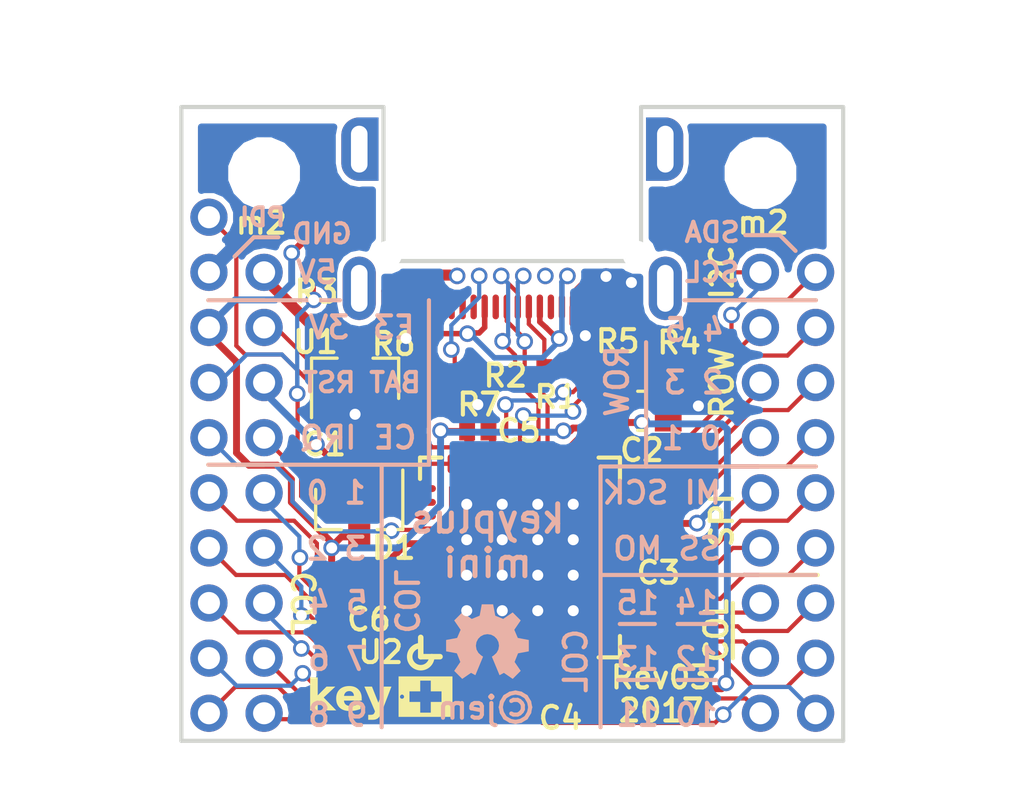
<source format=kicad_pcb>
(kicad_pcb (version 4) (host pcbnew 4.0.7)

  (general
    (links 109)
    (no_connects 0)
    (area -6.604782 -3.909544 30.604782 25.325216)
    (thickness 0.8)
    (drawings 70)
    (tracks 554)
    (zones 0)
    (modules 24)
    (nets 54)
  )

  (page A4)
  (layers
    (0 F.Cu signal)
    (31 B.Cu signal)
    (32 B.Adhes user)
    (33 F.Adhes user)
    (34 B.Paste user)
    (35 F.Paste user)
    (36 B.SilkS user)
    (37 F.SilkS user)
    (38 B.Mask user)
    (39 F.Mask user)
    (40 Dwgs.User user)
    (41 Cmts.User user)
    (42 Eco1.User user)
    (43 Eco2.User user)
    (44 Edge.Cuts user)
    (45 Margin user)
    (46 B.CrtYd user)
    (47 F.CrtYd user)
    (48 B.Fab user)
    (49 F.Fab user)
  )

  (setup
    (last_trace_width 0.1524)
    (trace_clearance 0.1524)
    (zone_clearance 0.2)
    (zone_45_only no)
    (trace_min 0.1524)
    (segment_width 0.15)
    (edge_width 0.15)
    (via_size 0.6)
    (via_drill 0.4)
    (via_min_size 0.6)
    (via_min_drill 0.4)
    (uvia_size 0.3)
    (uvia_drill 0.1)
    (uvias_allowed no)
    (uvia_min_size 0)
    (uvia_min_drill 0)
    (pcb_text_width 0.3)
    (pcb_text_size 1.5 1.5)
    (mod_edge_width 0.15)
    (mod_text_size 1 1)
    (mod_text_width 0.15)
    (pad_size 0.7 2.3)
    (pad_drill 0)
    (pad_to_mask_clearance 0.02)
    (solder_mask_min_width 0.05)
    (pad_to_paste_clearance -0.02)
    (aux_axis_origin 0 23)
    (visible_elements FFFEFFFF)
    (pcbplotparams
      (layerselection 0x010f8_80000001)
      (usegerberextensions true)
      (excludeedgelayer true)
      (linewidth 0.100000)
      (plotframeref false)
      (viasonmask false)
      (mode 1)
      (useauxorigin false)
      (hpglpennumber 1)
      (hpglpenspeed 20)
      (hpglpendiameter 15)
      (hpglpenoverlay 2)
      (psnegative false)
      (psa4output false)
      (plotreference true)
      (plotvalue true)
      (plotinvisibletext false)
      (padsonsilk false)
      (subtractmaskfromsilk true)
      (outputformat 1)
      (mirror false)
      (drillshape 0)
      (scaleselection 1)
      (outputdirectory gerber))
  )

  (net 0 "")
  (net 1 +5V)
  (net 2 GND)
  (net 3 +3V3)
  (net 4 "Net-(J1-PadA5)")
  (net 5 /D+)
  (net 6 /D-)
  (net 7 "Net-(J1-PadB5)")
  (net 8 /PE3)
  (net 9 /PDI)
  (net 10 /PCL)
  (net 11 /PR1)
  (net 12 /PA0)
  (net 13 /PA1)
  (net 14 /PA2)
  (net 15 /PA3)
  (net 16 /PA4)
  (net 17 /PA5)
  (net 18 /PA6)
  (net 19 /PA7)
  (net 20 /PB0)
  (net 21 /PB1)
  (net 22 /PE1)
  (net 23 /PE0)
  (net 24 /PD5)
  (net 25 /PD4)
  (net 26 /PD3)
  (net 27 /PD2)
  (net 28 /PD1)
  (net 29 /PD0)
  (net 30 /PC7)
  (net 31 /PC6)
  (net 32 /PC5)
  (net 33 /PC4)
  (net 34 /PC3)
  (net 35 /PC2)
  (net 36 /PC1)
  (net 37 /PC0)
  (net 38 /PB3)
  (net 39 /PB2)
  (net 40 "Net-(C1-Pad2)")
  (net 41 "Net-(R6-Pad2)")
  (net 42 /PR0)
  (net 43 +BATT)
  (net 44 "Net-(J1-PadB11)")
  (net 45 "Net-(J1-PadB10)")
  (net 46 "Net-(J1-PadA2)")
  (net 47 "Net-(J1-PadA3)")
  (net 48 "Net-(J1-PadA8)")
  (net 49 "Net-(J1-PadA10)")
  (net 50 "Net-(J1-PadA11)")
  (net 51 "Net-(J1-PadB3)")
  (net 52 "Net-(J1-PadB2)")
  (net 53 "Net-(J1-PadB8)")

  (net_class Default "This is the default net class."
    (clearance 0.1524)
    (trace_width 0.1524)
    (via_dia 0.6)
    (via_drill 0.4)
    (uvia_dia 0.3)
    (uvia_drill 0.1)
    (add_net /D+)
    (add_net /D-)
    (add_net /PA0)
    (add_net /PA1)
    (add_net /PA2)
    (add_net /PA3)
    (add_net /PA4)
    (add_net /PA5)
    (add_net /PA6)
    (add_net /PA7)
    (add_net /PB0)
    (add_net /PB1)
    (add_net /PB2)
    (add_net /PB3)
    (add_net /PC0)
    (add_net /PC1)
    (add_net /PC2)
    (add_net /PC3)
    (add_net /PC4)
    (add_net /PC5)
    (add_net /PC6)
    (add_net /PC7)
    (add_net /PCL)
    (add_net /PD0)
    (add_net /PD1)
    (add_net /PD2)
    (add_net /PD3)
    (add_net /PD4)
    (add_net /PD5)
    (add_net /PDI)
    (add_net /PE0)
    (add_net /PE1)
    (add_net /PE3)
    (add_net /PR0)
    (add_net /PR1)
    (add_net "Net-(J1-PadA10)")
    (add_net "Net-(J1-PadA11)")
    (add_net "Net-(J1-PadA2)")
    (add_net "Net-(J1-PadA3)")
    (add_net "Net-(J1-PadA5)")
    (add_net "Net-(J1-PadA8)")
    (add_net "Net-(J1-PadB10)")
    (add_net "Net-(J1-PadB11)")
    (add_net "Net-(J1-PadB2)")
    (add_net "Net-(J1-PadB3)")
    (add_net "Net-(J1-PadB5)")
    (add_net "Net-(J1-PadB8)")
    (add_net "Net-(R6-Pad2)")
  )

  (net_class Power ""
    (clearance 0.1524)
    (trace_width 0.25)
    (via_dia 0.6)
    (via_drill 0.4)
    (uvia_dia 0.3)
    (uvia_drill 0.1)
    (add_net +3V3)
    (add_net +5V)
    (add_net +BATT)
    (add_net GND)
    (add_net "Net-(C1-Pad2)")
  )

  (net_class temp ""
    (clearance 0.1524)
    (trace_width 0.1524)
    (via_dia 0.6)
    (via_drill 0.4)
    (uvia_dia 0.3)
    (uvia_drill 0.1)
  )

  (module conn_usb:USB_TypeC_Hirose_CX70M-24P1 (layer F.Cu) (tedit 5A77C92D) (tstamp 5A25F2E0)
    (at 12 3.1 90)
    (descr "https://www.hirose.com/product/en/download_file/key_name/CX70M-24P1/category/Drawing%20(2D)/doc_file_id/141189/?file_category_id=6&item_id=04800304000&is_series=")
    (tags "USB, Type-C")
    (path /5A55EC35)
    (attr smd)
    (fp_text reference J1 (at 0.57 0 180) (layer Cmts.User)
      (effects (font (size 1 1) (thickness 0.15)))
    )
    (fp_text value USB_C_Receptacle (at 0 -0.01 90) (layer F.Fab)
      (effects (font (size 1 1) (thickness 0.15)))
    )
    (fp_line (start -2.48 4.67) (end -2.48 -4.67) (layer F.CrtYd) (width 0.1))
    (fp_line (start 4.17 -6.2) (end 4.17 -4.67) (layer F.CrtYd) (width 0.1))
    (fp_line (start 4.17 -4.67) (end -2.48 -4.67) (layer F.CrtYd) (width 0.1))
    (fp_line (start 4.17 4.67) (end -2.48 4.67) (layer F.CrtYd) (width 0.1))
    (fp_line (start 4.17 6.2) (end 4.17 4.67) (layer F.CrtYd) (width 0.1))
    (pad "" np_thru_hole circle (at -2.25 -4.5 180) (size 1 1) (drill 1) (layers *.Cu *.Mask))
    (pad S1 smd oval (at -4.155 -3.915 180) (size 0.46 0.9) (layers F.Cu F.Paste F.Mask))
    (pad S1 smd oval (at -4.155 3.915 180) (size 0.46 0.9) (layers F.Cu F.Paste F.Mask))
    (pad S1 smd rect (at 1.57 5.2 180) (size 0.7 2.3) (layers B.Cu B.Mask))
    (pad S1 smd rect (at 1.57 -5.2 180) (size 0.7 2.3) (layers B.Cu B.Mask))
    (pad S1 thru_hole oval (at 1.57 -5.55 180) (size 1.3 2.3) (drill oval 0.6 1.7) (layers *.Cu *.Mask))
    (pad S1 smd rect (at 1.57 -5.2 180) (size 0.7 2.3) (layers F.Cu F.Mask))
    (pad S1 thru_hole oval (at 1.57 5.55 180) (size 1.3 2.3) (drill oval 0.6 1.7) (layers *.Cu *.Mask))
    (pad S1 thru_hole oval (at -3.48 5.55 180) (size 1.2 2.3) (drill oval 0.6 1.7) (layers *.Cu *.Mask))
    (pad S1 thru_hole oval (at -3.48 -5.55 180) (size 1.2 2.3) (drill oval 0.6 1.7) (layers *.Cu *.Mask))
    (pad S1 smd rect (at 1.57 5.2 180) (size 0.7 2.3) (layers F.Cu F.Mask))
    (pad B12 smd oval (at -4.155 3.4 180) (size 0.23 0.9) (layers F.Cu F.Paste F.Mask)
      (net 2 GND))
    (pad B11 smd oval (at -4.155 3 180) (size 0.23 0.9) (layers F.Cu F.Paste F.Mask)
      (net 44 "Net-(J1-PadB11)"))
    (pad B10 smd oval (at -4.155 2.6 180) (size 0.23 0.9) (layers F.Cu F.Paste F.Mask)
      (net 45 "Net-(J1-PadB10)"))
    (pad A1 smd oval (at -4.155 2.2 180) (size 0.23 0.9) (layers F.Cu F.Paste F.Mask)
      (net 2 GND))
    (pad A2 smd oval (at -4.155 1.8 180) (size 0.23 0.9) (layers F.Cu F.Paste F.Mask)
      (net 46 "Net-(J1-PadA2)"))
    (pad A3 smd oval (at -4.155 1.4 180) (size 0.23 0.9) (layers F.Cu F.Paste F.Mask)
      (net 47 "Net-(J1-PadA3)"))
    (pad A4 smd oval (at -4.155 1 180) (size 0.23 0.9) (layers F.Cu F.Paste F.Mask)
      (net 1 +5V))
    (pad A5 smd oval (at -4.155 0.6 180) (size 0.23 0.9) (layers F.Cu F.Paste F.Mask)
      (net 4 "Net-(J1-PadA5)"))
    (pad A6 smd oval (at -4.155 0.2 180) (size 0.23 0.9) (layers F.Cu F.Paste F.Mask)
      (net 5 /D+))
    (pad A7 smd oval (at -4.155 -0.2 180) (size 0.23 0.9) (layers F.Cu F.Paste F.Mask)
      (net 6 /D-))
    (pad A8 smd oval (at -4.155 -0.6 180) (size 0.23 0.9) (layers F.Cu F.Paste F.Mask)
      (net 48 "Net-(J1-PadA8)"))
    (pad A9 smd oval (at -4.155 -1 180) (size 0.23 0.9) (layers F.Cu F.Paste F.Mask)
      (net 1 +5V))
    (pad A10 smd oval (at -4.155 -1.4 180) (size 0.23 0.9) (layers F.Cu F.Paste F.Mask)
      (net 49 "Net-(J1-PadA10)"))
    (pad A11 smd oval (at -4.155 -1.8 180) (size 0.23 0.9) (layers F.Cu F.Paste F.Mask)
      (net 50 "Net-(J1-PadA11)"))
    (pad A12 smd oval (at -4.155 -2.2 180) (size 0.23 0.9) (layers F.Cu F.Paste F.Mask)
      (net 2 GND))
    (pad B3 smd oval (at -4.155 -2.6 180) (size 0.23 0.9) (layers F.Cu F.Paste F.Mask)
      (net 51 "Net-(J1-PadB3)"))
    (pad B2 smd oval (at -4.155 -3 180) (size 0.23 0.9) (layers F.Cu F.Paste F.Mask)
      (net 52 "Net-(J1-PadB2)"))
    (pad B1 smd oval (at -4.155 -3.4 180) (size 0.23 0.9) (layers F.Cu F.Paste F.Mask)
      (net 2 GND))
    (pad B9 thru_hole circle (at -3.03 2 180) (size 0.6 0.6) (drill 0.4) (layers *.Cu *.Mask)
      (net 1 +5V))
    (pad B8 thru_hole circle (at -3.03 1.2 180) (size 0.6 0.6) (drill 0.4) (layers *.Cu *.Mask)
      (net 53 "Net-(J1-PadB8)"))
    (pad B7 thru_hole circle (at -3.03 0.4 180) (size 0.6 0.6) (drill 0.4) (layers *.Cu *.Mask)
      (net 6 /D-))
    (pad B6 thru_hole circle (at -3.03 -0.4 180) (size 0.6 0.6) (drill 0.4) (layers *.Cu *.Mask)
      (net 5 /D+))
    (pad B5 thru_hole circle (at -3.03 -1.2 180) (size 0.6 0.6) (drill 0.4) (layers *.Cu *.Mask)
      (net 7 "Net-(J1-PadB5)"))
    (pad B4 thru_hole circle (at -3.03 -2 180) (size 0.6 0.6) (drill 0.4) (layers *.Cu *.Mask)
      (net 1 +5V))
    (pad "" np_thru_hole circle (at -2.25 4.5 180) (size 1 1) (drill 1) (layers *.Cu *.Mask))
  )

  (module Capacitor_SMD:C_0402_1005Metric (layer F.Cu) (tedit 5A24E080) (tstamp 5A2A09EA)
    (at 17.1 15.5 90)
    (descr "Capacitor SMD 0402 (1005 Metric), square (rectangular) end terminal, IPC_7351 nominal, (Body size source: http://www.tortai-tech.com/upload/download/2011102023233369053.pdf), generated with kicad-footprint-generator")
    (tags capacitor)
    (path /59100348)
    (attr smd)
    (fp_text reference C3 (at -1.4 0.2 180) (layer F.SilkS)
      (effects (font (size 0.8 0.8) (thickness 0.15)))
    )
    (fp_text value 0.1uF (at 0 1.5 90) (layer F.Fab)
      (effects (font (size 1 1) (thickness 0.15)))
    )
    (fp_line (start -0.5 0.25) (end -0.5 -0.25) (layer F.Fab) (width 0.1))
    (fp_line (start -0.5 -0.25) (end 0.5 -0.25) (layer F.Fab) (width 0.1))
    (fp_line (start 0.5 -0.25) (end 0.5 0.25) (layer F.Fab) (width 0.1))
    (fp_line (start 0.5 0.25) (end -0.5 0.25) (layer F.Fab) (width 0.1))
    (fp_line (start -0.82 0.48) (end -0.82 -0.48) (layer F.CrtYd) (width 0.05))
    (fp_line (start -0.82 -0.48) (end 0.82 -0.48) (layer F.CrtYd) (width 0.05))
    (fp_line (start 0.82 -0.48) (end 0.82 0.48) (layer F.CrtYd) (width 0.05))
    (fp_line (start 0.82 0.48) (end -0.82 0.48) (layer F.CrtYd) (width 0.05))
    (fp_text user %R (at 0 -0.88 90) (layer F.Fab)
      (effects (font (size 0.5 0.5) (thickness 0.08)))
    )
    (pad 1 smd rect (at -0.3875 0 90) (size 0.575 0.65) (layers F.Cu F.Paste F.Mask)
      (net 2 GND))
    (pad 2 smd rect (at 0.3875 0 90) (size 0.575 0.65) (layers F.Cu F.Paste F.Mask)
      (net 3 +3V3))
    (model ${KISYS3DMOD}/Capacitor_SMD.3dshapes/C_0402_1005Metric.wrl
      (at (xyz 0 0 0))
      (scale (xyz 1 1 1))
      (rotate (xyz 0 0 0))
    )
  )

  (module Conn_PinHeader_2.00mm:PinHeader_2x09_P2.00mm_Vertical (layer F.Cu) (tedit 5A24E0A3) (tstamp 5A2A0A67)
    (at 21 6)
    (descr "Through hole straight pin header, 2x09, 2.00mm pitch, double rows")
    (tags "Through hole pin header THT 2x09 2.00mm double row")
    (path /59BE1233)
    (fp_text reference J4 (at 2 -1.5) (layer Cmts.User)
      (effects (font (size 1 1) (thickness 0.15)))
    )
    (fp_text value Conn_02x09_Odd_Even (at 1 18.06) (layer F.Fab)
      (effects (font (size 1 1) (thickness 0.15)))
    )
    (fp_line (start 0 -1) (end 3 -1) (layer F.Fab) (width 0.1))
    (fp_line (start 3 -1) (end 3 17) (layer F.Fab) (width 0.1))
    (fp_line (start 3 17) (end -1 17) (layer F.Fab) (width 0.1))
    (fp_line (start -1 17) (end -1 0) (layer F.Fab) (width 0.1))
    (fp_line (start -1 0) (end 0 -1) (layer F.Fab) (width 0.1))
    (fp_line (start -1.5 -1.5) (end -1.5 17.5) (layer F.CrtYd) (width 0.05))
    (fp_line (start -1.5 17.5) (end 3.5 17.5) (layer F.CrtYd) (width 0.05))
    (fp_line (start 3.5 17.5) (end 3.5 -1.5) (layer F.CrtYd) (width 0.05))
    (fp_line (start 3.5 -1.5) (end -1.5 -1.5) (layer F.CrtYd) (width 0.05))
    (fp_text user %R (at 1 8 90) (layer F.Fab)
      (effects (font (size 1 1) (thickness 0.15)))
    )
    (pad 1 thru_hole circle (at 0 0) (size 1.35 1.35) (drill 0.8) (layers *.Cu *.Mask)
      (net 22 /PE1))
    (pad 2 thru_hole oval (at 2 0) (size 1.35 1.35) (drill 0.8) (layers *.Cu *.Mask)
      (net 23 /PE0))
    (pad 3 thru_hole oval (at 0 2) (size 1.35 1.35) (drill 0.8) (layers *.Cu *.Mask)
      (net 24 /PD5))
    (pad 4 thru_hole oval (at 2 2) (size 1.35 1.35) (drill 0.8) (layers *.Cu *.Mask)
      (net 25 /PD4))
    (pad 5 thru_hole oval (at 0 4) (size 1.35 1.35) (drill 0.8) (layers *.Cu *.Mask)
      (net 26 /PD3))
    (pad 6 thru_hole oval (at 2 4) (size 1.35 1.35) (drill 0.8) (layers *.Cu *.Mask)
      (net 27 /PD2))
    (pad 7 thru_hole oval (at 0 6) (size 1.35 1.35) (drill 0.8) (layers *.Cu *.Mask)
      (net 28 /PD1))
    (pad 8 thru_hole oval (at 2 6) (size 1.35 1.35) (drill 0.8) (layers *.Cu *.Mask)
      (net 29 /PD0))
    (pad 9 thru_hole oval (at 0 8) (size 1.35 1.35) (drill 0.8) (layers *.Cu *.Mask)
      (net 30 /PC7))
    (pad 10 thru_hole oval (at 2 8) (size 1.35 1.35) (drill 0.8) (layers *.Cu *.Mask)
      (net 31 /PC6))
    (pad 11 thru_hole oval (at 0 10) (size 1.35 1.35) (drill 0.8) (layers *.Cu *.Mask)
      (net 32 /PC5))
    (pad 12 thru_hole oval (at 2 10) (size 1.35 1.35) (drill 0.8) (layers *.Cu *.Mask)
      (net 33 /PC4))
    (pad 13 thru_hole oval (at 0 12) (size 1.35 1.35) (drill 0.8) (layers *.Cu *.Mask)
      (net 34 /PC3))
    (pad 14 thru_hole oval (at 2 12) (size 1.35 1.35) (drill 0.8) (layers *.Cu *.Mask)
      (net 35 /PC2))
    (pad 15 thru_hole oval (at 0 14) (size 1.35 1.35) (drill 0.8) (layers *.Cu *.Mask)
      (net 36 /PC1))
    (pad 16 thru_hole oval (at 2 14) (size 1.35 1.35) (drill 0.8) (layers *.Cu *.Mask)
      (net 37 /PC0))
    (pad 17 thru_hole oval (at 0 16) (size 1.35 1.35) (drill 0.8) (layers *.Cu *.Mask)
      (net 38 /PB3))
    (pad 18 thru_hole oval (at 2 16) (size 1.35 1.35) (drill 0.8) (layers *.Cu *.Mask)
      (net 39 /PB2))
    (model ${KISYS3DMOD}/Conn_PinHeader_2.00mm.3dshapes/PinHeader_2x09_P2.00mm_Vertical.wrl
      (at (xyz 0 0 0))
      (scale (xyz 1 1 1))
      (rotate (xyz 0 0 0))
    )
  )

  (module Conn_PinHeader_2.00mm:PinHeader_2x09_P2.00mm_Vertical (layer F.Cu) (tedit 5A24E0B8) (tstamp 5A2A0A2C)
    (at 1 6)
    (descr "Through hole straight pin header, 2x09, 2.00mm pitch, double rows")
    (tags "Through hole pin header THT 2x09 2.00mm double row")
    (path /59BE116E)
    (fp_text reference J2 (at -2 0) (layer Cmts.User)
      (effects (font (size 1 1) (thickness 0.15)))
    )
    (fp_text value Conn_02x09_Odd_Even (at 1 18.06) (layer F.Fab)
      (effects (font (size 1 1) (thickness 0.15)))
    )
    (fp_line (start 0 -1) (end 3 -1) (layer F.Fab) (width 0.1))
    (fp_line (start 3 -1) (end 3 17) (layer F.Fab) (width 0.1))
    (fp_line (start 3 17) (end -1 17) (layer F.Fab) (width 0.1))
    (fp_line (start -1 17) (end -1 0) (layer F.Fab) (width 0.1))
    (fp_line (start -1 0) (end 0 -1) (layer F.Fab) (width 0.1))
    (fp_line (start -1.5 -1.5) (end -1.5 17.5) (layer F.CrtYd) (width 0.05))
    (fp_line (start -1.5 17.5) (end 3.5 17.5) (layer F.CrtYd) (width 0.05))
    (fp_line (start 3.5 17.5) (end 3.5 -1.5) (layer F.CrtYd) (width 0.05))
    (fp_line (start 3.5 -1.5) (end -1.5 -1.5) (layer F.CrtYd) (width 0.05))
    (fp_text user %R (at 1 8 90) (layer F.Fab)
      (effects (font (size 1 1) (thickness 0.15)))
    )
    (pad 1 thru_hole circle (at 0 0) (size 1.35 1.35) (drill 0.8) (layers *.Cu *.Mask)
      (net 2 GND))
    (pad 2 thru_hole oval (at 2 0) (size 1.35 1.35) (drill 0.8) (layers *.Cu *.Mask)
      (net 1 +5V))
    (pad 3 thru_hole oval (at 0 2) (size 1.35 1.35) (drill 0.8) (layers *.Cu *.Mask)
      (net 3 +3V3))
    (pad 4 thru_hole oval (at 2 2) (size 1.35 1.35) (drill 0.8) (layers *.Cu *.Mask)
      (net 8 /PE3))
    (pad 5 thru_hole oval (at 0 4) (size 1.35 1.35) (drill 0.8) (layers *.Cu *.Mask)
      (net 10 /PCL))
    (pad 6 thru_hole oval (at 2 4) (size 1.35 1.35) (drill 0.8) (layers *.Cu *.Mask)
      (net 43 +BATT))
    (pad 7 thru_hole oval (at 0 6) (size 1.35 1.35) (drill 0.8) (layers *.Cu *.Mask)
      (net 11 /PR1))
    (pad 8 thru_hole oval (at 2 6) (size 1.35 1.35) (drill 0.8) (layers *.Cu *.Mask)
      (net 42 /PR0))
    (pad 9 thru_hole oval (at 0 8) (size 1.35 1.35) (drill 0.8) (layers *.Cu *.Mask)
      (net 12 /PA0))
    (pad 10 thru_hole oval (at 2 8) (size 1.35 1.35) (drill 0.8) (layers *.Cu *.Mask)
      (net 13 /PA1))
    (pad 11 thru_hole oval (at 0 10) (size 1.35 1.35) (drill 0.8) (layers *.Cu *.Mask)
      (net 14 /PA2))
    (pad 12 thru_hole oval (at 2 10) (size 1.35 1.35) (drill 0.8) (layers *.Cu *.Mask)
      (net 15 /PA3))
    (pad 13 thru_hole oval (at 0 12) (size 1.35 1.35) (drill 0.8) (layers *.Cu *.Mask)
      (net 16 /PA4))
    (pad 14 thru_hole oval (at 2 12) (size 1.35 1.35) (drill 0.8) (layers *.Cu *.Mask)
      (net 17 /PA5))
    (pad 15 thru_hole oval (at 0 14) (size 1.35 1.35) (drill 0.8) (layers *.Cu *.Mask)
      (net 18 /PA6))
    (pad 16 thru_hole oval (at 2 14) (size 1.35 1.35) (drill 0.8) (layers *.Cu *.Mask)
      (net 19 /PA7))
    (pad 17 thru_hole oval (at 0 16) (size 1.35 1.35) (drill 0.8) (layers *.Cu *.Mask)
      (net 20 /PB0))
    (pad 18 thru_hole oval (at 2 16) (size 1.35 1.35) (drill 0.8) (layers *.Cu *.Mask)
      (net 21 /PB1))
    (model ${KISYS3DMOD}/Conn_PinHeader_2.00mm.3dshapes/PinHeader_2x09_P2.00mm_Vertical.wrl
      (at (xyz 0 0 0))
      (scale (xyz 1 1 1))
      (rotate (xyz 0 0 0))
    )
  )

  (module Conn_PinHeader_2.00mm:PinHeader_1x01_P2.00mm_Vertical (layer F.Cu) (tedit 5A24E0B7) (tstamp 5A2A0A53)
    (at 1 4)
    (descr "Through hole straight pin header, 1x01, 2.00mm pitch, single row")
    (tags "Through hole pin header THT 1x01 2.00mm single row")
    (path /59107B07)
    (fp_text reference J3 (at -2 0) (layer Cmts.User)
      (effects (font (size 1 1) (thickness 0.15)))
    )
    (fp_text value CONN_01X01 (at 0 2.06) (layer F.Fab)
      (effects (font (size 1 1) (thickness 0.15)))
    )
    (fp_line (start -0.5 -1) (end 1 -1) (layer F.Fab) (width 0.1))
    (fp_line (start 1 -1) (end 1 1) (layer F.Fab) (width 0.1))
    (fp_line (start 1 1) (end -1 1) (layer F.Fab) (width 0.1))
    (fp_line (start -1 1) (end -1 -0.5) (layer F.Fab) (width 0.1))
    (fp_line (start -1 -0.5) (end -0.5 -1) (layer F.Fab) (width 0.1))
    (fp_line (start -1.5 -1.5) (end -1.5 1.5) (layer F.CrtYd) (width 0.05))
    (fp_line (start -1.5 1.5) (end 1.5 1.5) (layer F.CrtYd) (width 0.05))
    (fp_line (start 1.5 1.5) (end 1.5 -1.5) (layer F.CrtYd) (width 0.05))
    (fp_line (start 1.5 -1.5) (end -1.5 -1.5) (layer F.CrtYd) (width 0.05))
    (fp_text user %R (at 0 0 90) (layer F.Fab)
      (effects (font (size 1 1) (thickness 0.15)))
    )
    (pad 1 thru_hole circle (at 0 0) (size 1.35 1.35) (drill 0.8) (layers *.Cu *.Mask)
      (net 9 /PDI))
    (model ${KISYS3DMOD}/Conn_PinHeader_2.00mm.3dshapes/PinHeader_1x01_P2.00mm_Vertical.wrl
      (at (xyz 0 0 0))
      (scale (xyz 1 1 1))
      (rotate (xyz 0 0 0))
    )
  )

  (module Mounting_Holes:MountingHole_2.2mm_M2 (layer F.Cu) (tedit 5A26887D) (tstamp 591005CD)
    (at 3 2.4)
    (descr "Mounting Hole 2.2mm, no annular, M2")
    (tags "mounting hole 2.2mm no annular m2")
    (fp_text reference "" (at 0 -3.2) (layer Cmts.User) hide
      (effects (font (size 1 1) (thickness 0.15)))
    )
    (fp_text value MountingHole_2.2mm_M2 (at 0 3.2) (layer F.Fab)
      (effects (font (size 1 1) (thickness 0.15)))
    )
    (fp_circle (center 0 0) (end 2.2 0) (layer Cmts.User) (width 0.15))
    (fp_circle (center 0 0) (end 2.45 0) (layer F.CrtYd) (width 0.05))
    (pad 1 np_thru_hole circle (at 0 0) (size 2.2 2.2) (drill 2.2) (layers *.Cu *.Mask))
  )

  (module Mounting_Holes:MountingHole_2.2mm_M2 (layer F.Cu) (tedit 5A268883) (tstamp 59100503)
    (at 21 2.4)
    (descr "Mounting Hole 2.2mm, no annular, M2")
    (tags "mounting hole 2.2mm no annular m2")
    (fp_text reference "" (at 0 -3.2) (layer Cmts.User) hide
      (effects (font (size 1 1) (thickness 0.15)))
    )
    (fp_text value MountingHole_2.2mm_M2 (at 0 3.2) (layer F.Fab)
      (effects (font (size 1 1) (thickness 0.15)))
    )
    (fp_circle (center 0 0) (end 2.2 0) (layer Cmts.User) (width 0.15))
    (fp_circle (center 0 0) (end 2.45 0) (layer F.CrtYd) (width 0.05))
    (pad 1 np_thru_hole circle (at 0 0) (size 2.2 2.2) (drill 2.2) (layers *.Cu *.Mask))
  )

  (module Capacitor_SMD:C_0402_1005Metric (layer F.Cu) (tedit 5A24E032) (tstamp 5A2A09E0)
    (at 6.775 12.25)
    (descr "Capacitor SMD 0402 (1005 Metric), square (rectangular) end terminal, IPC_7351 nominal, (Body size source: http://www.tortai-tech.com/upload/download/2011102023233369053.pdf), generated with kicad-footprint-generator")
    (tags capacitor)
    (path /5912FD33)
    (attr smd)
    (fp_text reference C1 (at -1.5932 -0.0052) (layer F.SilkS)
      (effects (font (size 0.8 0.8) (thickness 0.15)))
    )
    (fp_text value 1uF (at 0 1.5) (layer F.Fab)
      (effects (font (size 1 1) (thickness 0.15)))
    )
    (fp_line (start -0.5 0.25) (end -0.5 -0.25) (layer F.Fab) (width 0.1))
    (fp_line (start -0.5 -0.25) (end 0.5 -0.25) (layer F.Fab) (width 0.1))
    (fp_line (start 0.5 -0.25) (end 0.5 0.25) (layer F.Fab) (width 0.1))
    (fp_line (start 0.5 0.25) (end -0.5 0.25) (layer F.Fab) (width 0.1))
    (fp_line (start -0.82 0.48) (end -0.82 -0.48) (layer F.CrtYd) (width 0.05))
    (fp_line (start -0.82 -0.48) (end 0.82 -0.48) (layer F.CrtYd) (width 0.05))
    (fp_line (start 0.82 -0.48) (end 0.82 0.48) (layer F.CrtYd) (width 0.05))
    (fp_line (start 0.82 0.48) (end -0.82 0.48) (layer F.CrtYd) (width 0.05))
    (fp_text user %R (at 0 -0.88) (layer F.Fab)
      (effects (font (size 0.5 0.5) (thickness 0.08)))
    )
    (pad 1 smd rect (at -0.3875 0) (size 0.575 0.65) (layers F.Cu F.Paste F.Mask)
      (net 2 GND))
    (pad 2 smd rect (at 0.3875 0) (size 0.575 0.65) (layers F.Cu F.Paste F.Mask)
      (net 40 "Net-(C1-Pad2)"))
    (model ${KISYS3DMOD}/Capacitor_SMD.3dshapes/C_0402_1005Metric.wrl
      (at (xyz 0 0 0))
      (scale (xyz 1 1 1))
      (rotate (xyz 0 0 0))
    )
  )

  (module Capacitor_SMD:C_0402_1005Metric (layer F.Cu) (tedit 5A24E07A) (tstamp 5A2A09EF)
    (at 13.75 21.1)
    (descr "Capacitor SMD 0402 (1005 Metric), square (rectangular) end terminal, IPC_7351 nominal, (Body size source: http://www.tortai-tech.com/upload/download/2011102023233369053.pdf), generated with kicad-footprint-generator")
    (tags capacitor)
    (path /591002C8)
    (attr smd)
    (fp_text reference C4 (at 0 1.07) (layer F.SilkS)
      (effects (font (size 0.8 0.8) (thickness 0.15)))
    )
    (fp_text value 0.1uF (at 0 1.5) (layer F.Fab)
      (effects (font (size 1 1) (thickness 0.15)))
    )
    (fp_line (start -0.5 0.25) (end -0.5 -0.25) (layer F.Fab) (width 0.1))
    (fp_line (start -0.5 -0.25) (end 0.5 -0.25) (layer F.Fab) (width 0.1))
    (fp_line (start 0.5 -0.25) (end 0.5 0.25) (layer F.Fab) (width 0.1))
    (fp_line (start 0.5 0.25) (end -0.5 0.25) (layer F.Fab) (width 0.1))
    (fp_line (start -0.82 0.48) (end -0.82 -0.48) (layer F.CrtYd) (width 0.05))
    (fp_line (start -0.82 -0.48) (end 0.82 -0.48) (layer F.CrtYd) (width 0.05))
    (fp_line (start 0.82 -0.48) (end 0.82 0.48) (layer F.CrtYd) (width 0.05))
    (fp_line (start 0.82 0.48) (end -0.82 0.48) (layer F.CrtYd) (width 0.05))
    (fp_text user %R (at 0 -0.88) (layer F.Fab)
      (effects (font (size 0.5 0.5) (thickness 0.08)))
    )
    (pad 1 smd rect (at -0.3875 0) (size 0.575 0.65) (layers F.Cu F.Paste F.Mask)
      (net 2 GND))
    (pad 2 smd rect (at 0.3875 0) (size 0.575 0.65) (layers F.Cu F.Paste F.Mask)
      (net 3 +3V3))
    (model ${KISYS3DMOD}/Capacitor_SMD.3dshapes/C_0402_1005Metric.wrl
      (at (xyz 0 0 0))
      (scale (xyz 1 1 1))
      (rotate (xyz 0 0 0))
    )
  )

  (module Capacitor_SMD:C_0402_1005Metric (layer F.Cu) (tedit 5A24E092) (tstamp 5A2A09F4)
    (at 10.75 11.775 180)
    (descr "Capacitor SMD 0402 (1005 Metric), square (rectangular) end terminal, IPC_7351 nominal, (Body size source: http://www.tortai-tech.com/upload/download/2011102023233369053.pdf), generated with kicad-footprint-generator")
    (tags capacitor)
    (path /59100318)
    (attr smd)
    (fp_text reference C5 (at -1.494 0.025 180) (layer F.SilkS)
      (effects (font (size 0.8 0.8) (thickness 0.15)))
    )
    (fp_text value 0.1uF (at 0 1.5 180) (layer F.Fab)
      (effects (font (size 1 1) (thickness 0.15)))
    )
    (fp_line (start -0.5 0.25) (end -0.5 -0.25) (layer F.Fab) (width 0.1))
    (fp_line (start -0.5 -0.25) (end 0.5 -0.25) (layer F.Fab) (width 0.1))
    (fp_line (start 0.5 -0.25) (end 0.5 0.25) (layer F.Fab) (width 0.1))
    (fp_line (start 0.5 0.25) (end -0.5 0.25) (layer F.Fab) (width 0.1))
    (fp_line (start -0.82 0.48) (end -0.82 -0.48) (layer F.CrtYd) (width 0.05))
    (fp_line (start -0.82 -0.48) (end 0.82 -0.48) (layer F.CrtYd) (width 0.05))
    (fp_line (start 0.82 -0.48) (end 0.82 0.48) (layer F.CrtYd) (width 0.05))
    (fp_line (start 0.82 0.48) (end -0.82 0.48) (layer F.CrtYd) (width 0.05))
    (fp_text user %R (at 0 -0.88 180) (layer F.Fab)
      (effects (font (size 0.5 0.5) (thickness 0.08)))
    )
    (pad 1 smd rect (at -0.3875 0 180) (size 0.575 0.65) (layers F.Cu F.Paste F.Mask)
      (net 2 GND))
    (pad 2 smd rect (at 0.3875 0 180) (size 0.575 0.65) (layers F.Cu F.Paste F.Mask)
      (net 3 +3V3))
    (model ${KISYS3DMOD}/Capacitor_SMD.3dshapes/C_0402_1005Metric.wrl
      (at (xyz 0 0 0))
      (scale (xyz 1 1 1))
      (rotate (xyz 0 0 0))
    )
  )

  (module Capacitor_SMD:C_0402_1005Metric (layer F.Cu) (tedit 5A24E06F) (tstamp 5A2A09F9)
    (at 6.8 17.2 270)
    (descr "Capacitor SMD 0402 (1005 Metric), square (rectangular) end terminal, IPC_7351 nominal, (Body size source: http://www.tortai-tech.com/upload/download/2011102023233369053.pdf), generated with kicad-footprint-generator")
    (tags capacitor)
    (path /5910037F)
    (attr smd)
    (fp_text reference C6 (at 1.4 0 360) (layer F.SilkS)
      (effects (font (size 0.8 0.8) (thickness 0.15)))
    )
    (fp_text value 0.1uF (at 0 1.5 270) (layer F.Fab)
      (effects (font (size 1 1) (thickness 0.15)))
    )
    (fp_line (start -0.5 0.25) (end -0.5 -0.25) (layer F.Fab) (width 0.1))
    (fp_line (start -0.5 -0.25) (end 0.5 -0.25) (layer F.Fab) (width 0.1))
    (fp_line (start 0.5 -0.25) (end 0.5 0.25) (layer F.Fab) (width 0.1))
    (fp_line (start 0.5 0.25) (end -0.5 0.25) (layer F.Fab) (width 0.1))
    (fp_line (start -0.82 0.48) (end -0.82 -0.48) (layer F.CrtYd) (width 0.05))
    (fp_line (start -0.82 -0.48) (end 0.82 -0.48) (layer F.CrtYd) (width 0.05))
    (fp_line (start 0.82 -0.48) (end 0.82 0.48) (layer F.CrtYd) (width 0.05))
    (fp_line (start 0.82 0.48) (end -0.82 0.48) (layer F.CrtYd) (width 0.05))
    (fp_text user %R (at 0 -0.88 270) (layer F.Fab)
      (effects (font (size 0.5 0.5) (thickness 0.08)))
    )
    (pad 1 smd rect (at -0.3875 0 270) (size 0.575 0.65) (layers F.Cu F.Paste F.Mask)
      (net 2 GND))
    (pad 2 smd rect (at 0.3875 0 270) (size 0.575 0.65) (layers F.Cu F.Paste F.Mask)
      (net 3 +3V3))
    (model ${KISYS3DMOD}/Capacitor_SMD.3dshapes/C_0402_1005Metric.wrl
      (at (xyz 0 0 0))
      (scale (xyz 1 1 1))
      (rotate (xyz 0 0 0))
    )
  )

  (module Package_TO_SOT_SMD:SOT-23 (layer F.Cu) (tedit 5A268C67) (tstamp 5A2A09FE)
    (at 6.45 14.575 270)
    (descr "SOT-23, Standard")
    (tags SOT-23)
    (path /596D9841)
    (attr smd)
    (fp_text reference D1 (at 1.425 -1.25 540) (layer F.SilkS)
      (effects (font (size 0.8 0.8) (thickness 0.15)))
    )
    (fp_text value D_Schottky_x2_KCom_AAK (at 0 2.5 270) (layer F.Fab)
      (effects (font (size 1 1) (thickness 0.15)))
    )
    (fp_text user %R (at 0 0 360) (layer F.Fab)
      (effects (font (size 0.5 0.5) (thickness 0.075)))
    )
    (fp_line (start -0.7 -0.95) (end -0.7 1.5) (layer F.Fab) (width 0.1))
    (fp_line (start -0.15 -1.52) (end 0.7 -1.52) (layer F.Fab) (width 0.1))
    (fp_line (start -0.7 -0.95) (end -0.15 -1.52) (layer F.Fab) (width 0.1))
    (fp_line (start 0.7 -1.52) (end 0.7 1.52) (layer F.Fab) (width 0.1))
    (fp_line (start -0.7 1.52) (end 0.7 1.52) (layer F.Fab) (width 0.1))
    (fp_line (start 0.76 1.58) (end 0.76 0.65) (layer F.SilkS) (width 0.12))
    (fp_line (start 0.76 -1.58) (end 0.76 -0.65) (layer F.SilkS) (width 0.12))
    (fp_line (start -1.7 -1.75) (end 1.7 -1.75) (layer F.CrtYd) (width 0.05))
    (fp_line (start 1.7 -1.75) (end 1.7 1.75) (layer F.CrtYd) (width 0.05))
    (fp_line (start 1.7 1.75) (end -1.7 1.75) (layer F.CrtYd) (width 0.05))
    (fp_line (start -1.7 1.75) (end -1.7 -1.75) (layer F.CrtYd) (width 0.05))
    (fp_line (start 0.76 -1.58) (end -1.4 -1.58) (layer F.SilkS) (width 0.12))
    (fp_line (start 0.76 1.58) (end -0.7 1.58) (layer F.SilkS) (width 0.12))
    (pad 1 smd rect (at -1 -0.95 270) (size 0.9 0.8) (layers F.Cu F.Paste F.Mask)
      (net 40 "Net-(C1-Pad2)"))
    (pad 2 smd rect (at -1 0.95 270) (size 0.9 0.8) (layers F.Cu F.Paste F.Mask)
      (net 43 +BATT))
    (pad 3 smd rect (at 1 0 270) (size 0.9 0.8) (layers F.Cu F.Paste F.Mask)
      (net 3 +3V3))
    (model ${KISYS3DMOD}/Package_TO_SOT_SMD.3dshapes/SOT-23.wrl
      (at (xyz 0 0 0))
      (scale (xyz 1 1 1))
      (rotate (xyz 0 0 0))
    )
  )

  (module Resistor_SMD:R_0402_1005Metric (layer F.Cu) (tedit 5A24FA85) (tstamp 5A2A0A8E)
    (at 13.55 9.475)
    (descr "Resistor SMD 0402 (1005 Metric), square (rectangular) end terminal, IPC_7351 nominal, (Body size source: http://www.tortai-tech.com/upload/download/2011102023233369053.pdf), generated with kicad-footprint-generator")
    (tags resistor)
    (path /59100D83)
    (attr smd)
    (fp_text reference R1 (at 0.05 1.05) (layer F.SilkS)
      (effects (font (size 0.8 0.8) (thickness 0.15)))
    )
    (fp_text value 5.1k (at 0 1.5) (layer F.Fab)
      (effects (font (size 1 1) (thickness 0.15)))
    )
    (fp_line (start -0.5 0.25) (end -0.5 -0.25) (layer F.Fab) (width 0.1))
    (fp_line (start -0.5 -0.25) (end 0.5 -0.25) (layer F.Fab) (width 0.1))
    (fp_line (start 0.5 -0.25) (end 0.5 0.25) (layer F.Fab) (width 0.1))
    (fp_line (start 0.5 0.25) (end -0.5 0.25) (layer F.Fab) (width 0.1))
    (fp_line (start -0.82 0.48) (end -0.82 -0.48) (layer F.CrtYd) (width 0.05))
    (fp_line (start -0.82 -0.48) (end 0.82 -0.48) (layer F.CrtYd) (width 0.05))
    (fp_line (start 0.82 -0.48) (end 0.82 0.48) (layer F.CrtYd) (width 0.05))
    (fp_line (start 0.82 0.48) (end -0.82 0.48) (layer F.CrtYd) (width 0.05))
    (fp_text user %R (at 0 -0.88) (layer F.Fab)
      (effects (font (size 0.5 0.5) (thickness 0.08)))
    )
    (pad 1 smd rect (at -0.3875 0) (size 0.575 0.65) (layers F.Cu F.Paste F.Mask)
      (net 4 "Net-(J1-PadA5)"))
    (pad 2 smd rect (at 0.3875 0) (size 0.575 0.65) (layers F.Cu F.Paste F.Mask)
      (net 2 GND))
    (model ${KISYS3DMOD}/Resistor_SMD.3dshapes/R_0402_1005Metric.wrl
      (at (xyz 0 0 0))
      (scale (xyz 1 1 1))
      (rotate (xyz 0 0 0))
    )
  )

  (module Resistor_SMD:R_0402_1005Metric (layer F.Cu) (tedit 5A268100) (tstamp 5A2A0A93)
    (at 10.3 9.71)
    (descr "Resistor SMD 0402 (1005 Metric), square (rectangular) end terminal, IPC_7351 nominal, (Body size source: http://www.tortai-tech.com/upload/download/2011102023233369053.pdf), generated with kicad-footprint-generator")
    (tags resistor)
    (path /59100DF9)
    (attr smd)
    (fp_text reference R2 (at 1.45 0.04) (layer F.SilkS)
      (effects (font (size 0.8 0.8) (thickness 0.15)))
    )
    (fp_text value 5.1k (at 0 1.5) (layer F.Fab)
      (effects (font (size 1 1) (thickness 0.15)))
    )
    (fp_line (start -0.5 0.25) (end -0.5 -0.25) (layer F.Fab) (width 0.1))
    (fp_line (start -0.5 -0.25) (end 0.5 -0.25) (layer F.Fab) (width 0.1))
    (fp_line (start 0.5 -0.25) (end 0.5 0.25) (layer F.Fab) (width 0.1))
    (fp_line (start 0.5 0.25) (end -0.5 0.25) (layer F.Fab) (width 0.1))
    (fp_line (start -0.82 0.48) (end -0.82 -0.48) (layer F.CrtYd) (width 0.05))
    (fp_line (start -0.82 -0.48) (end 0.82 -0.48) (layer F.CrtYd) (width 0.05))
    (fp_line (start 0.82 -0.48) (end 0.82 0.48) (layer F.CrtYd) (width 0.05))
    (fp_line (start 0.82 0.48) (end -0.82 0.48) (layer F.CrtYd) (width 0.05))
    (fp_text user %R (at 0 -0.88) (layer F.Fab)
      (effects (font (size 0.5 0.5) (thickness 0.08)))
    )
    (pad 1 smd rect (at -0.3875 0) (size 0.575 0.65) (layers F.Cu F.Paste F.Mask)
      (net 7 "Net-(J1-PadB5)"))
    (pad 2 smd rect (at 0.3875 0) (size 0.575 0.65) (layers F.Cu F.Paste F.Mask)
      (net 2 GND))
    (model ${KISYS3DMOD}/Resistor_SMD.3dshapes/R_0402_1005Metric.wrl
      (at (xyz 0 0 0))
      (scale (xyz 1 1 1))
      (rotate (xyz 0 0 0))
    )
  )

  (module Resistor_SMD:R_0402_1005Metric (layer F.Cu) (tedit 5A2680ED) (tstamp 5A2A0A98)
    (at 4.9 5.3125 270)
    (descr "Resistor SMD 0402 (1005 Metric), square (rectangular) end terminal, IPC_7351 nominal, (Body size source: http://www.tortai-tech.com/upload/download/2011102023233369053.pdf), generated with kicad-footprint-generator")
    (tags resistor)
    (path /5918161D)
    (attr smd)
    (fp_text reference R3 (at 1.3875 0 360) (layer F.SilkS)
      (effects (font (size 0.8 0.8) (thickness 0.15)))
    )
    (fp_text value 10k (at 0 1.5 270) (layer F.Fab)
      (effects (font (size 1 1) (thickness 0.15)))
    )
    (fp_line (start -0.5 0.25) (end -0.5 -0.25) (layer F.Fab) (width 0.1))
    (fp_line (start -0.5 -0.25) (end 0.5 -0.25) (layer F.Fab) (width 0.1))
    (fp_line (start 0.5 -0.25) (end 0.5 0.25) (layer F.Fab) (width 0.1))
    (fp_line (start 0.5 0.25) (end -0.5 0.25) (layer F.Fab) (width 0.1))
    (fp_line (start -0.82 0.48) (end -0.82 -0.48) (layer F.CrtYd) (width 0.05))
    (fp_line (start -0.82 -0.48) (end 0.82 -0.48) (layer F.CrtYd) (width 0.05))
    (fp_line (start 0.82 -0.48) (end 0.82 0.48) (layer F.CrtYd) (width 0.05))
    (fp_line (start 0.82 0.48) (end -0.82 0.48) (layer F.CrtYd) (width 0.05))
    (fp_text user %R (at 0 -0.88 270) (layer F.Fab)
      (effects (font (size 0.5 0.5) (thickness 0.08)))
    )
    (pad 1 smd rect (at -0.3875 0 270) (size 0.575 0.65) (layers F.Cu F.Paste F.Mask)
      (net 3 +3V3))
    (pad 2 smd rect (at 0.3875 0 270) (size 0.575 0.65) (layers F.Cu F.Paste F.Mask)
      (net 10 /PCL))
    (model ${KISYS3DMOD}/Resistor_SMD.3dshapes/R_0402_1005Metric.wrl
      (at (xyz 0 0 0))
      (scale (xyz 1 1 1))
      (rotate (xyz 0 0 0))
    )
  )

  (module Resistor_SMD:R_0402_1005Metric (layer F.Cu) (tedit 5A268147) (tstamp 5A2A0A9D)
    (at 18.05 9.475)
    (descr "Resistor SMD 0402 (1005 Metric), square (rectangular) end terminal, IPC_7351 nominal, (Body size source: http://www.tortai-tech.com/upload/download/2011102023233369053.pdf), generated with kicad-footprint-generator")
    (tags resistor)
    (path /591846D9)
    (attr smd)
    (fp_text reference R4 (at 0 -0.925 180) (layer F.SilkS)
      (effects (font (size 0.8 0.8) (thickness 0.15)))
    )
    (fp_text value 10k (at 0 1.5) (layer F.Fab)
      (effects (font (size 1 1) (thickness 0.15)))
    )
    (fp_line (start -0.5 0.25) (end -0.5 -0.25) (layer F.Fab) (width 0.1))
    (fp_line (start -0.5 -0.25) (end 0.5 -0.25) (layer F.Fab) (width 0.1))
    (fp_line (start 0.5 -0.25) (end 0.5 0.25) (layer F.Fab) (width 0.1))
    (fp_line (start 0.5 0.25) (end -0.5 0.25) (layer F.Fab) (width 0.1))
    (fp_line (start -0.82 0.48) (end -0.82 -0.48) (layer F.CrtYd) (width 0.05))
    (fp_line (start -0.82 -0.48) (end 0.82 -0.48) (layer F.CrtYd) (width 0.05))
    (fp_line (start 0.82 -0.48) (end 0.82 0.48) (layer F.CrtYd) (width 0.05))
    (fp_line (start 0.82 0.48) (end -0.82 0.48) (layer F.CrtYd) (width 0.05))
    (fp_text user %R (at 0 -0.88) (layer F.Fab)
      (effects (font (size 0.5 0.5) (thickness 0.08)))
    )
    (pad 1 smd rect (at -0.3875 0) (size 0.575 0.65) (layers F.Cu F.Paste F.Mask)
      (net 3 +3V3))
    (pad 2 smd rect (at 0.3875 0) (size 0.575 0.65) (layers F.Cu F.Paste F.Mask)
      (net 22 /PE1))
    (model ${KISYS3DMOD}/Resistor_SMD.3dshapes/R_0402_1005Metric.wrl
      (at (xyz 0 0 0))
      (scale (xyz 1 1 1))
      (rotate (xyz 0 0 0))
    )
  )

  (module Resistor_SMD:R_0402_1005Metric (layer F.Cu) (tedit 5A24E107) (tstamp 5A2A0AA2)
    (at 15.825 9.45 180)
    (descr "Resistor SMD 0402 (1005 Metric), square (rectangular) end terminal, IPC_7351 nominal, (Body size source: http://www.tortai-tech.com/upload/download/2011102023233369053.pdf), generated with kicad-footprint-generator")
    (tags resistor)
    (path /5918472E)
    (attr smd)
    (fp_text reference R5 (at 0 0.95 360) (layer F.SilkS)
      (effects (font (size 0.8 0.8) (thickness 0.15)))
    )
    (fp_text value 10k (at 0 1.5 180) (layer F.Fab)
      (effects (font (size 1 1) (thickness 0.15)))
    )
    (fp_line (start -0.5 0.25) (end -0.5 -0.25) (layer F.Fab) (width 0.1))
    (fp_line (start -0.5 -0.25) (end 0.5 -0.25) (layer F.Fab) (width 0.1))
    (fp_line (start 0.5 -0.25) (end 0.5 0.25) (layer F.Fab) (width 0.1))
    (fp_line (start 0.5 0.25) (end -0.5 0.25) (layer F.Fab) (width 0.1))
    (fp_line (start -0.82 0.48) (end -0.82 -0.48) (layer F.CrtYd) (width 0.05))
    (fp_line (start -0.82 -0.48) (end 0.82 -0.48) (layer F.CrtYd) (width 0.05))
    (fp_line (start 0.82 -0.48) (end 0.82 0.48) (layer F.CrtYd) (width 0.05))
    (fp_line (start 0.82 0.48) (end -0.82 0.48) (layer F.CrtYd) (width 0.05))
    (fp_text user %R (at 0 -0.88 180) (layer F.Fab)
      (effects (font (size 0.5 0.5) (thickness 0.08)))
    )
    (pad 1 smd rect (at -0.3875 0 180) (size 0.575 0.65) (layers F.Cu F.Paste F.Mask)
      (net 3 +3V3))
    (pad 2 smd rect (at 0.3875 0 180) (size 0.575 0.65) (layers F.Cu F.Paste F.Mask)
      (net 23 /PE0))
    (model ${KISYS3DMOD}/Resistor_SMD.3dshapes/R_0402_1005Metric.wrl
      (at (xyz 0 0 0))
      (scale (xyz 1 1 1))
      (rotate (xyz 0 0 0))
    )
  )

  (module Resistor_SMD:R_0402_1005Metric (layer F.Cu) (tedit 5A26811B) (tstamp 5A2A0AA7)
    (at 8.9 9.375 270)
    (descr "Resistor SMD 0402 (1005 Metric), square (rectangular) end terminal, IPC_7351 nominal, (Body size source: http://www.tortai-tech.com/upload/download/2011102023233369053.pdf), generated with kicad-footprint-generator")
    (tags resistor)
    (path /596DD7BD)
    (attr smd)
    (fp_text reference R6 (at -0.775 1.2 360) (layer F.SilkS)
      (effects (font (size 0.8 0.8) (thickness 0.15)))
    )
    (fp_text value 100k (at 0 1.5 270) (layer F.Fab)
      (effects (font (size 1 1) (thickness 0.15)))
    )
    (fp_line (start -0.5 0.25) (end -0.5 -0.25) (layer F.Fab) (width 0.1))
    (fp_line (start -0.5 -0.25) (end 0.5 -0.25) (layer F.Fab) (width 0.1))
    (fp_line (start 0.5 -0.25) (end 0.5 0.25) (layer F.Fab) (width 0.1))
    (fp_line (start 0.5 0.25) (end -0.5 0.25) (layer F.Fab) (width 0.1))
    (fp_line (start -0.82 0.48) (end -0.82 -0.48) (layer F.CrtYd) (width 0.05))
    (fp_line (start -0.82 -0.48) (end 0.82 -0.48) (layer F.CrtYd) (width 0.05))
    (fp_line (start 0.82 -0.48) (end 0.82 0.48) (layer F.CrtYd) (width 0.05))
    (fp_line (start 0.82 0.48) (end -0.82 0.48) (layer F.CrtYd) (width 0.05))
    (fp_text user %R (at 0 -0.88 270) (layer F.Fab)
      (effects (font (size 0.5 0.5) (thickness 0.08)))
    )
    (pad 1 smd rect (at -0.3875 0 270) (size 0.575 0.65) (layers F.Cu F.Paste F.Mask)
      (net 1 +5V))
    (pad 2 smd rect (at 0.3875 0 270) (size 0.575 0.65) (layers F.Cu F.Paste F.Mask)
      (net 41 "Net-(R6-Pad2)"))
    (model ${KISYS3DMOD}/Resistor_SMD.3dshapes/R_0402_1005Metric.wrl
      (at (xyz 0 0 0))
      (scale (xyz 1 1 1))
      (rotate (xyz 0 0 0))
    )
  )

  (module Resistor_SMD:R_0402_1005Metric (layer F.Cu) (tedit 5A2680FC) (tstamp 5A2A0AAC)
    (at 9.3 10.75)
    (descr "Resistor SMD 0402 (1005 Metric), square (rectangular) end terminal, IPC_7351 nominal, (Body size source: http://www.tortai-tech.com/upload/download/2011102023233369053.pdf), generated with kicad-footprint-generator")
    (tags resistor)
    (path /596DD95D)
    (attr smd)
    (fp_text reference R7 (at 1.5 0.05 180) (layer F.SilkS)
      (effects (font (size 0.8 0.8) (thickness 0.15)))
    )
    (fp_text value 100k (at 0 1.5) (layer F.Fab)
      (effects (font (size 1 1) (thickness 0.15)))
    )
    (fp_line (start -0.5 0.25) (end -0.5 -0.25) (layer F.Fab) (width 0.1))
    (fp_line (start -0.5 -0.25) (end 0.5 -0.25) (layer F.Fab) (width 0.1))
    (fp_line (start 0.5 -0.25) (end 0.5 0.25) (layer F.Fab) (width 0.1))
    (fp_line (start 0.5 0.25) (end -0.5 0.25) (layer F.Fab) (width 0.1))
    (fp_line (start -0.82 0.48) (end -0.82 -0.48) (layer F.CrtYd) (width 0.05))
    (fp_line (start -0.82 -0.48) (end 0.82 -0.48) (layer F.CrtYd) (width 0.05))
    (fp_line (start 0.82 -0.48) (end 0.82 0.48) (layer F.CrtYd) (width 0.05))
    (fp_line (start 0.82 0.48) (end -0.82 0.48) (layer F.CrtYd) (width 0.05))
    (fp_text user %R (at 0 -0.88) (layer F.Fab)
      (effects (font (size 0.5 0.5) (thickness 0.08)))
    )
    (pad 1 smd rect (at -0.3875 0) (size 0.575 0.65) (layers F.Cu F.Paste F.Mask)
      (net 41 "Net-(R6-Pad2)"))
    (pad 2 smd rect (at 0.3875 0) (size 0.575 0.65) (layers F.Cu F.Paste F.Mask)
      (net 2 GND))
    (model ${KISYS3DMOD}/Resistor_SMD.3dshapes/R_0402_1005Metric.wrl
      (at (xyz 0 0 0))
      (scale (xyz 1 1 1))
      (rotate (xyz 0 0 0))
    )
  )

  (module Package_TO_SOT_SMD:SOT-23 (layer F.Cu) (tedit 5A24E04C) (tstamp 5A2A0AB1)
    (at 6.3 9.875 90)
    (descr "SOT-23, Standard")
    (tags SOT-23)
    (path /59BE1A4B)
    (attr smd)
    (fp_text reference U1 (at 1.343 -1.436 180) (layer F.SilkS)
      (effects (font (size 0.8 0.8) (thickness 0.15)))
    )
    (fp_text value MCP1700-3302E_SOT23 (at 0 2.5 90) (layer F.Fab)
      (effects (font (size 1 1) (thickness 0.15)))
    )
    (fp_text user %R (at 0 0 180) (layer F.Fab)
      (effects (font (size 0.5 0.5) (thickness 0.075)))
    )
    (fp_line (start -0.7 -0.95) (end -0.7 1.5) (layer F.Fab) (width 0.1))
    (fp_line (start -0.15 -1.52) (end 0.7 -1.52) (layer F.Fab) (width 0.1))
    (fp_line (start -0.7 -0.95) (end -0.15 -1.52) (layer F.Fab) (width 0.1))
    (fp_line (start 0.7 -1.52) (end 0.7 1.52) (layer F.Fab) (width 0.1))
    (fp_line (start -0.7 1.52) (end 0.7 1.52) (layer F.Fab) (width 0.1))
    (fp_line (start 0.76 1.58) (end 0.76 0.65) (layer F.SilkS) (width 0.12))
    (fp_line (start 0.76 -1.58) (end 0.76 -0.65) (layer F.SilkS) (width 0.12))
    (fp_line (start -1.7 -1.75) (end 1.7 -1.75) (layer F.CrtYd) (width 0.05))
    (fp_line (start 1.7 -1.75) (end 1.7 1.75) (layer F.CrtYd) (width 0.05))
    (fp_line (start 1.7 1.75) (end -1.7 1.75) (layer F.CrtYd) (width 0.05))
    (fp_line (start -1.7 1.75) (end -1.7 -1.75) (layer F.CrtYd) (width 0.05))
    (fp_line (start 0.76 -1.58) (end -1.4 -1.58) (layer F.SilkS) (width 0.12))
    (fp_line (start 0.76 1.58) (end -0.7 1.58) (layer F.SilkS) (width 0.12))
    (pad 1 smd rect (at -1 -0.95 90) (size 0.9 0.8) (layers F.Cu F.Paste F.Mask)
      (net 2 GND))
    (pad 2 smd rect (at -1 0.95 90) (size 0.9 0.8) (layers F.Cu F.Paste F.Mask)
      (net 40 "Net-(C1-Pad2)"))
    (pad 3 smd rect (at 1 0 90) (size 0.9 0.8) (layers F.Cu F.Paste F.Mask)
      (net 1 +5V))
    (model ${KISYS3DMOD}/Package_TO_SOT_SMD.3dshapes/SOT-23.wrl
      (at (xyz 0 0 0))
      (scale (xyz 1 1 1))
      (rotate (xyz 0 0 0))
    )
  )

  (module Capacitor_SMD:C_0805_2012Metric (layer F.Cu) (tedit 5A268132) (tstamp 5A25F948)
    (at 16.7 11.025 180)
    (descr "Capacitor SMD 0805 (2012 Metric), square (rectangular) end terminal, IPC_7351 nominal, (Body size source: http://www.tortai-tech.com/upload/download/2011102023233369053.pdf), generated with kicad-footprint-generator")
    (tags capacitor)
    (path /5918049E)
    (attr smd)
    (fp_text reference C2 (at 0 -1.425 180) (layer F.SilkS)
      (effects (font (size 0.8 0.8) (thickness 0.15)))
    )
    (fp_text value 10uF (at 0 1.85 180) (layer F.Fab)
      (effects (font (size 1 1) (thickness 0.15)))
    )
    (fp_line (start -1 0.6) (end -1 -0.6) (layer F.Fab) (width 0.1))
    (fp_line (start -1 -0.6) (end 1 -0.6) (layer F.Fab) (width 0.1))
    (fp_line (start 1 -0.6) (end 1 0.6) (layer F.Fab) (width 0.1))
    (fp_line (start 1 0.6) (end -1 0.6) (layer F.Fab) (width 0.1))
    (fp_line (start -0.15 -0.71) (end 0.15 -0.71) (layer F.SilkS) (width 0.12))
    (fp_line (start -0.15 0.71) (end 0.15 0.71) (layer F.SilkS) (width 0.12))
    (fp_line (start -1.69 1) (end -1.69 -1) (layer F.CrtYd) (width 0.05))
    (fp_line (start -1.69 -1) (end 1.69 -1) (layer F.CrtYd) (width 0.05))
    (fp_line (start 1.69 -1) (end 1.69 1) (layer F.CrtYd) (width 0.05))
    (fp_line (start 1.69 1) (end -1.69 1) (layer F.CrtYd) (width 0.05))
    (fp_text user %R (at 0 0 180) (layer F.Fab)
      (effects (font (size 0.5 0.5) (thickness 0.08)))
    )
    (pad 1 smd rect (at -0.955 0 180) (size 0.97 1.5) (layers F.Cu F.Paste F.Mask)
      (net 2 GND))
    (pad 2 smd rect (at 0.955 0 180) (size 0.97 1.5) (layers F.Cu F.Paste F.Mask)
      (net 3 +3V3))
    (model ${KISYS3DMOD}/Capacitor_SMD.3dshapes/C_0805_2012Metric.wrl
      (at (xyz 0 0 0))
      (scale (xyz 1 1 1))
      (rotate (xyz 0 0 0))
    )
  )

  (module logo:key+_5mm (layer F.Cu) (tedit 5A2685B5) (tstamp 5A268699)
    (at 7.25 21.45)
    (attr virtual)
    (fp_text reference "" (at 0 1.5) (layer F.CrtYd) hide
      (effects (font (thickness 0.3048)))
    )
    (fp_text value REF** (at 0 2.25) (layer F.SilkS) hide
      (effects (font (thickness 0.3048)))
    )
    (fp_poly (pts (xy 0.626667 -0.037927) (xy 0.626667 -0.028414) (xy 0.626667 0.682156) (xy 2.580936 0.682156)
      (xy 2.580936 -0.787496) (xy 0.626667 -0.787496) (xy 0.626667 -0.028414) (xy 0.675984 -0.041158)
      (xy 0.681807 -0.072678) (xy 0.697784 -0.100807) (xy 0.721674 -0.12101) (xy 0.751237 -0.128752)
      (xy 0.780973 -0.121761) (xy 0.805177 -0.103209) (xy 0.821455 -0.076731) (xy 0.827413 -0.045962)
      (xy 1.022396 -0.044948) (xy 1.022396 -0.24386) (xy 1.411855 -0.24386) (xy 1.411855 -0.633319)
      (xy 1.794913 -0.633319) (xy 1.794913 -0.24386) (xy 2.184438 -0.24386) (xy 2.184438 0.138625)
      (xy 1.794913 0.138625) (xy 1.794913 0.528084) (xy 1.411855 0.528084) (xy 1.411855 0.138625)
      (xy 1.022396 0.138625) (xy 1.022396 -0.044948) (xy 0.827256 -0.047659) (xy 0.819924 -0.019709)
      (xy 0.803288 0.002888) (xy 0.779632 0.018006) (xy 0.751237 0.023518) (xy 0.72408 0.018578)
      (xy 0.701289 0.004956) (xy 0.684659 -0.015554) (xy 0.675984 -0.041158) (xy 0.626667 -0.028414)
      (xy 0.626667 -0.037927) (xy 0.626667 -0.028414) (xy 0.626667 -0.037927)) (layer F.SilkS) (width 0))
    (fp_poly (pts (xy -2.580936 -0.753682) (xy -2.304789 -0.753682) (xy -2.304789 -0.10034) (xy -1.986989 -0.417369)
      (xy -1.666103 -0.417369) (xy -2.088037 -0.02089) (xy -1.632934 0.446555) (xy -1.967705 0.446555)
      (xy -2.304789 0.08633) (xy -2.304789 0.446555) (xy -2.580936 0.446555) (xy -2.580936 -0.753682)) (layer F.SilkS) (width 0))
    (fp_poly (pts (xy -0.709091 0.012279) (xy -0.992952 -0.079513) (xy -0.994803 -0.10975) (xy -1.000357 -0.137519)
      (xy -1.009613 -0.16282) (xy -1.022572 -0.185652) (xy -1.039233 -0.206016) (xy -1.063772 -0.227277)
      (xy -1.091879 -0.242463) (xy -1.123553 -0.251575) (xy -1.158794 -0.254612) (xy -1.189679 -0.252791)
      (xy -1.218158 -0.24733) (xy -1.24423 -0.238228) (xy -1.267895 -0.225485) (xy -1.289154 -0.209102)
      (xy -1.307697 -0.189602) (xy -1.323217 -0.166893) (xy -1.335713 -0.140975) (xy -1.345186 -0.111848)
      (xy -1.351634 -0.079513) (xy -0.992952 -0.079513) (xy -0.709091 0.012279) (xy -0.709091 0.090958)
      (xy -1.35472 0.090958) (xy -1.348703 0.12789) (xy -1.338675 0.160936) (xy -1.324637 0.190093)
      (xy -1.306587 0.215363) (xy -1.284526 0.236745) (xy -1.263142 0.251594) (xy -1.239101 0.263742)
      (xy -1.212404 0.273192) (xy -1.183049 0.279941) (xy -1.151038 0.283991) (xy -1.116369 0.285341)
      (xy -1.087207 0.284633) (xy -1.057831 0.282512) (xy -1.028241 0.278977) (xy -0.998437 0.274027)
      (xy -0.968418 0.267664) (xy -0.938185 0.259886) (xy -0.907459 0.250415) (xy -0.876476 0.239487)
      (xy -0.845236 0.227103) (xy -0.813739 0.213261) (xy -0.781984 0.197963) (xy -0.749973 0.181207)
      (xy -0.749973 0.394102) (xy -0.782627 0.40593) (xy -0.815281 0.416729) (xy -0.847936 0.4265)
      (xy -0.88059 0.435242) (xy -0.913244 0.442955) (xy -0.945899 0.44964) (xy -0.978553 0.455533)
      (xy -1.011207 0.460354) (xy -1.043861 0.464103) (xy -1.076516 0.466782) (xy -1.10917 0.468389)
      (xy -1.141824 0.468924) (xy -1.180183 0.468099) (xy -1.217096 0.465625) (xy -1.252563 0.4615)
      (xy -1.286583 0.455726) (xy -1.319157 0.448301) (xy -1.350284 0.439227) (xy -1.379966 0.428503)
      (xy -1.408201 0.416129) (xy -1.434989 0.402105) (xy -1.460332 0.386432) (xy -1.484228 0.369108)
      (xy -1.506678 0.350135) (xy -1.527376 0.329544) (xy -1.546274 0.307624) (xy -1.563373 0.284376)
      (xy -1.578671 0.2598) (xy -1.59217 0.233895) (xy -1.603869 0.206662) (xy -1.613768 0.1781)
      (xy -1.621867 0.14821) (xy -1.628167 0.116991) (xy -1.632667 0.084444) (xy -1.635366 0.050568)
      (xy -1.636266 0.015364) (xy -1.635214 -0.022318) (xy -1.632059 -0.058508) (xy -1.6268 -0.093206)
      (xy -1.619437 -0.126413) (xy -1.60997 -0.158128) (xy -1.598399 -0.188351) (xy -1.584725 -0.217083)
      (xy -1.568947 -0.244323) (xy -1.551066 -0.270071) (xy -1.531081 -0.294327) (xy -1.508992 -0.317092)
      (xy -1.486987 -0.336435) (xy -1.463653 -0.354096) (xy -1.438991 -0.370075) (xy -1.413 -0.384372)
      (xy -1.385681 -0.396987) (xy -1.357034 -0.40792) (xy -1.327058 -0.417171) (xy -1.295753 -0.42474)
      (xy -1.263121 -0.430627) (xy -1.229159 -0.434832) (xy -1.19387 -0.437355) (xy -1.157251 -0.438196)
      (xy -1.120902 -0.437182) (xy -1.085904 -0.434141) (xy -1.052257 -0.429073) (xy -1.019962 -0.421978)
      (xy -0.989018 -0.412855) (xy -0.959426 -0.401706) (xy -0.931185 -0.388529) (xy -0.904296 -0.373325)
      (xy -0.878758 -0.356094) (xy -0.854572 -0.336835) (xy -0.831737 -0.315549) (xy -0.810452 -0.292568)
      (xy -0.791193 -0.268222) (xy -0.773962 -0.242512) (xy -0.758758 -0.215438) (xy -0.745581 -0.187)
      (xy -0.734431 -0.157197) (xy -0.725309 -0.12603) (xy -0.718213 -0.093499) (xy -0.713145 -0.059604)
      (xy -0.710105 -0.024345) (xy -0.709091 0.012279)) (layer F.SilkS) (width 0))
    (fp_poly (pts (xy -0.613794 -0.417369) (xy -0.337647 -0.417369) (xy -0.105467 0.168865) (xy 0.092001 -0.417369)
      (xy 0.368148 -0.417369) (xy 0.004837 0.528319) (xy -0.009144 0.563018) (xy -0.023703 0.594994)
      (xy -0.038841 0.624245) (xy -0.054558 0.650773) (xy -0.070853 0.674576) (xy -0.087726 0.695656)
      (xy -0.105178 0.714012) (xy -0.123209 0.729644) (xy -0.144885 0.744993) (xy -0.168483 0.75798)
      (xy -0.194001 0.768606) (xy -0.221439 0.77687) (xy -0.250798 0.782774) (xy -0.282077 0.786316)
      (xy -0.315277 0.787496) (xy -0.474949 0.787496) (xy -0.474949 0.606227) (xy -0.388557 0.606227)
      (xy -0.35587 0.604828) (xy -0.328005 0.600634) (xy -0.30496 0.593644) (xy -0.286737 0.583857)
      (xy -0.266767 0.565002) (xy -0.250055 0.538261) (xy -0.236599 0.503636) (xy -0.228884 0.479723)
      (xy -0.613794 -0.417369)) (layer F.SilkS) (width 0))
  )

  (module logo:OSHW_3x3mm_SilkS (layer B.Cu) (tedit 5A2686E0) (tstamp 5A268905)
    (at 11.1 19.4 180)
    (attr virtual)
    (fp_text reference "" (at 0 4.401216 180) (layer Cmts.User) hide
      (effects (font (thickness 0.3048)))
    )
    (fp_text value "" (at 0 -4.401216 180) (layer Cmts.User) hide
      (effects (font (thickness 0.3048)))
    )
    (fp_poly (pts (xy 1.100411 0.133773) (xy 0.973833 0.429082) (xy 1.206462 0.76814) (xy 0.914911 1.059691)
      (xy 0.570363 0.823249) (xy 0.282944 0.940906) (xy 0.206195 1.353216) (xy -0.206127 1.353216)
      (xy -0.282852 0.940904) (xy -0.570296 0.823249) (xy -0.914833 1.0597) (xy -1.206407 0.768126)
      (xy -0.973777 0.429101) (xy -1.100389 0.133773) (xy -1.5 0.059457) (xy -1.5 -0.352909)
      (xy -1.109472 -0.425583) (xy -0.9844 -0.738012) (xy -1.206471 -1.061634) (xy -0.914854 -1.353203)
      (xy -0.595972 -1.13433) (xy -0.437469 -1.218956) (xy -0.158991 -0.546085) (xy -0.22577 -0.502067)
      (xy -0.327627 -0.410379) (xy -0.394938 -0.289867) (xy -0.419253 -0.148914) (xy -0.397877 -0.016395)
      (xy -0.338356 0.098694) (xy -0.247597 0.18945) (xy -0.132509 0.248967) (xy 0.000001 0.27034)
      (xy 0.132508 0.248967) (xy 0.247591 0.18945) (xy 0.338343 0.098694) (xy 0.397859 -0.016395)
      (xy 0.419232 -0.148914) (xy 0.394922 -0.289867) (xy 0.327616 -0.410379) (xy 0.225749 -0.502067)
      (xy 0.159016 -0.546085) (xy 0.43747 -1.218979) (xy 0.595973 -1.134352) (xy 0.914865 -1.353216)
      (xy 1.206474 -1.061656) (xy 0.984393 -0.738056) (xy 1.109475 -0.425601) (xy 1.499955 -0.352935)
      (xy 1.5 0.059465) (xy 1.100411 0.133773)) (layer B.SilkS) (width 0))
  )

  (module qfn:QFN-44-1EP_7x7mm_Pitch0.5mm (layer F.Cu) (tedit 5A6E6FB6) (tstamp 59BDA6F2)
    (at 12.28 16.347 90)
    (descr "UK Package; 44-Lead Plastic QFN (7mm x 7mm); (see Linear Technology QFN_44_05-08-1763.pdf)")
    (tags "QFN 0.5")
    (path /5A24E79F)
    (attr smd)
    (fp_text reference U2 (at -3.433 -5.05 360) (layer F.SilkS)
      (effects (font (size 0.8 0.8) (thickness 0.15)))
    )
    (fp_text value ATXMEGA-A4U-EPAD (at 0 4.75 90) (layer F.Fab)
      (effects (font (size 1 1) (thickness 0.15)))
    )
    (fp_line (start -2.9 -3.6) (end -3.6 -3.6) (layer F.SilkS) (width 0.2))
    (fp_arc (start -3.6 -3.6) (end -3.6 -3.2) (angle 270) (layer F.SilkS) (width 0.2))
    (fp_line (start -3.6 -3.6) (end -3.6 -2.9) (layer F.SilkS) (width 0.2))
    (fp_line (start -2.5 -3.5) (end 3.5 -3.5) (layer F.Fab) (width 0.15))
    (fp_line (start 3.5 -3.5) (end 3.5 3.5) (layer F.Fab) (width 0.15))
    (fp_line (start 3.5 3.5) (end -3.5 3.5) (layer F.Fab) (width 0.15))
    (fp_line (start -3.5 3.5) (end -3.5 -2.5) (layer F.Fab) (width 0.15))
    (fp_line (start -3.5 -2.5) (end -2.5 -3.5) (layer F.Fab) (width 0.15))
    (fp_line (start -4 -4) (end -4 4) (layer F.CrtYd) (width 0.05))
    (fp_line (start 4 -4) (end 4 4) (layer F.CrtYd) (width 0.05))
    (fp_line (start -4 -4) (end 4 -4) (layer F.CrtYd) (width 0.05))
    (fp_line (start -4 4) (end 4 4) (layer F.CrtYd) (width 0.05))
    (fp_line (start 3.625 -3.625) (end 3.625 -2.85) (layer F.SilkS) (width 0.15))
    (fp_line (start -3.625 3.625) (end -3.625 2.85) (layer F.SilkS) (width 0.15))
    (fp_line (start 3.625 3.625) (end 3.625 2.85) (layer F.SilkS) (width 0.15))
    (fp_line (start -3.625 3.625) (end -2.85 3.625) (layer F.SilkS) (width 0.15))
    (fp_line (start 3.625 3.625) (end 2.85 3.625) (layer F.SilkS) (width 0.15))
    (fp_line (start 3.625 -3.625) (end 2.85 -3.625) (layer F.SilkS) (width 0.15))
    (pad 1 smd oval (at -3.4 -2.5 90) (size 0.7 0.25) (layers F.Cu F.Paste F.Mask)
      (net 17 /PA5))
    (pad 2 smd oval (at -3.4 -2 90) (size 0.7 0.25) (layers F.Cu F.Paste F.Mask)
      (net 18 /PA6))
    (pad 3 smd oval (at -3.4 -1.5 90) (size 0.7 0.25) (layers F.Cu F.Paste F.Mask)
      (net 19 /PA7))
    (pad 4 smd oval (at -3.4 -1 90) (size 0.7 0.25) (layers F.Cu F.Paste F.Mask)
      (net 20 /PB0))
    (pad 5 smd oval (at -3.4 -0.5 90) (size 0.7 0.25) (layers F.Cu F.Paste F.Mask)
      (net 21 /PB1))
    (pad 6 smd oval (at -3.4 0 90) (size 0.7 0.25) (layers F.Cu F.Paste F.Mask)
      (net 39 /PB2))
    (pad 7 smd oval (at -3.4 0.5 90) (size 0.7 0.25) (layers F.Cu F.Paste F.Mask)
      (net 38 /PB3))
    (pad 8 smd oval (at -3.4 1 90) (size 0.7 0.25) (layers F.Cu F.Paste F.Mask)
      (net 2 GND))
    (pad 9 smd oval (at -3.4 1.5 90) (size 0.7 0.25) (layers F.Cu F.Paste F.Mask)
      (net 3 +3V3))
    (pad 10 smd oval (at -3.4 2 90) (size 0.7 0.25) (layers F.Cu F.Paste F.Mask)
      (net 37 /PC0))
    (pad 11 smd oval (at -3.4 2.5 90) (size 0.7 0.25) (layers F.Cu F.Paste F.Mask)
      (net 36 /PC1))
    (pad 12 smd oval (at -2.5 3.4 180) (size 0.7 0.25) (layers F.Cu F.Paste F.Mask)
      (net 35 /PC2))
    (pad 13 smd oval (at -2 3.4 180) (size 0.7 0.25) (layers F.Cu F.Paste F.Mask)
      (net 34 /PC3))
    (pad 14 smd oval (at -1.5 3.4 180) (size 0.7 0.25) (layers F.Cu F.Paste F.Mask)
      (net 33 /PC4))
    (pad 15 smd oval (at -1 3.4 180) (size 0.7 0.25) (layers F.Cu F.Paste F.Mask)
      (net 32 /PC5))
    (pad 16 smd oval (at -0.5 3.4 180) (size 0.7 0.25) (layers F.Cu F.Paste F.Mask)
      (net 31 /PC6))
    (pad 17 smd oval (at 0 3.4 180) (size 0.7 0.25) (layers F.Cu F.Paste F.Mask)
      (net 30 /PC7))
    (pad 18 smd oval (at 0.5 3.4 180) (size 0.7 0.25) (layers F.Cu F.Paste F.Mask)
      (net 2 GND))
    (pad 19 smd oval (at 1 3.4 180) (size 0.7 0.25) (layers F.Cu F.Paste F.Mask)
      (net 3 +3V3))
    (pad 20 smd oval (at 1.5 3.4 180) (size 0.7 0.25) (layers F.Cu F.Paste F.Mask)
      (net 29 /PD0))
    (pad 21 smd oval (at 2 3.4 180) (size 0.7 0.25) (layers F.Cu F.Paste F.Mask)
      (net 28 /PD1))
    (pad 22 smd oval (at 2.5 3.4 180) (size 0.7 0.25) (layers F.Cu F.Paste F.Mask)
      (net 27 /PD2))
    (pad 23 smd oval (at 3.4 2.5 90) (size 0.7 0.25) (layers F.Cu F.Paste F.Mask)
      (net 26 /PD3))
    (pad 24 smd oval (at 3.4 2 90) (size 0.7 0.25) (layers F.Cu F.Paste F.Mask)
      (net 25 /PD4))
    (pad 25 smd oval (at 3.4 1.5 90) (size 0.7 0.25) (layers F.Cu F.Paste F.Mask)
      (net 24 /PD5))
    (pad 26 smd oval (at 3.4 1 90) (size 0.7 0.25) (layers F.Cu F.Paste F.Mask)
      (net 6 /D-))
    (pad 27 smd oval (at 3.4 0.5 90) (size 0.7 0.25) (layers F.Cu F.Paste F.Mask)
      (net 5 /D+))
    (pad 28 smd oval (at 3.4 0 90) (size 0.7 0.25) (layers F.Cu F.Paste F.Mask)
      (net 23 /PE0))
    (pad 29 smd oval (at 3.4 -0.5 90) (size 0.7 0.25) (layers F.Cu F.Paste F.Mask)
      (net 22 /PE1))
    (pad 30 smd oval (at 3.4 -1 90) (size 0.7 0.25) (layers F.Cu F.Paste F.Mask)
      (net 2 GND))
    (pad 31 smd oval (at 3.4 -1.5 90) (size 0.7 0.25) (layers F.Cu F.Paste F.Mask)
      (net 3 +3V3))
    (pad 32 smd oval (at 3.4 -2 90) (size 0.7 0.25) (layers F.Cu F.Paste F.Mask)
      (net 41 "Net-(R6-Pad2)"))
    (pad 33 smd oval (at 3.4 -2.5 90) (size 0.7 0.25) (layers F.Cu F.Paste F.Mask)
      (net 8 /PE3))
    (pad 34 smd oval (at 2.5 -3.4 180) (size 0.7 0.25) (layers F.Cu F.Paste F.Mask)
      (net 9 /PDI))
    (pad 35 smd oval (at 2 -3.4 180) (size 0.7 0.25) (layers F.Cu F.Paste F.Mask)
      (net 10 /PCL))
    (pad 36 smd oval (at 1.5 -3.4 180) (size 0.7 0.25) (layers F.Cu F.Paste F.Mask)
      (net 42 /PR0))
    (pad 37 smd oval (at 1 -3.4 180) (size 0.7 0.25) (layers F.Cu F.Paste F.Mask)
      (net 11 /PR1))
    (pad 38 smd oval (at 0.5 -3.4 180) (size 0.7 0.25) (layers F.Cu F.Paste F.Mask)
      (net 2 GND))
    (pad 39 smd oval (at 0 -3.4 180) (size 0.7 0.25) (layers F.Cu F.Paste F.Mask)
      (net 3 +3V3))
    (pad 40 smd oval (at -0.5 -3.4 180) (size 0.7 0.25) (layers F.Cu F.Paste F.Mask)
      (net 12 /PA0))
    (pad 41 smd oval (at -1 -3.4 180) (size 0.7 0.25) (layers F.Cu F.Paste F.Mask)
      (net 13 /PA1))
    (pad 42 smd oval (at -1.5 -3.4 180) (size 0.7 0.25) (layers F.Cu F.Paste F.Mask)
      (net 14 /PA2))
    (pad 43 smd oval (at -2 -3.4 180) (size 0.7 0.25) (layers F.Cu F.Paste F.Mask)
      (net 15 /PA3))
    (pad 44 smd oval (at -2.5 -3.4 180) (size 0.7 0.25) (layers F.Cu F.Paste F.Mask)
      (net 16 /PA4))
    (pad 45 smd rect (at -1.93125 -1.93125 90) (size 1.2875 1.2875) (layers F.Cu F.Paste F.Mask)
      (net 2 GND) (solder_paste_margin_ratio -0.15))
    (pad 45 smd rect (at -0.64375 -1.93125 90) (size 1.2875 1.2875) (layers F.Cu F.Paste F.Mask)
      (net 2 GND) (solder_paste_margin_ratio -0.15))
    (pad 45 smd rect (at 0.64375 -1.93125 90) (size 1.2875 1.2875) (layers F.Cu F.Paste F.Mask)
      (net 2 GND) (solder_paste_margin_ratio -0.15))
    (pad 45 smd rect (at 1.93125 -1.93125 90) (size 1.2875 1.2875) (layers F.Cu F.Paste F.Mask)
      (net 2 GND) (solder_paste_margin_ratio -0.15))
    (pad 45 smd rect (at -1.93125 -0.64375 90) (size 1.2875 1.2875) (layers F.Cu F.Paste F.Mask)
      (net 2 GND) (solder_paste_margin_ratio -0.15))
    (pad 45 smd rect (at -0.64375 -0.64375 90) (size 1.2875 1.2875) (layers F.Cu F.Paste F.Mask)
      (net 2 GND) (solder_paste_margin_ratio -0.15))
    (pad 45 smd rect (at 0.64375 -0.64375 90) (size 1.2875 1.2875) (layers F.Cu F.Paste F.Mask)
      (net 2 GND) (solder_paste_margin_ratio -0.15))
    (pad 45 smd rect (at 1.93125 -0.64375 90) (size 1.2875 1.2875) (layers F.Cu F.Paste F.Mask)
      (net 2 GND) (solder_paste_margin_ratio -0.15))
    (pad 45 smd rect (at -1.93125 0.64375 90) (size 1.2875 1.2875) (layers F.Cu F.Paste F.Mask)
      (net 2 GND) (solder_paste_margin_ratio -0.15))
    (pad 45 smd rect (at -0.64375 0.64375 90) (size 1.2875 1.2875) (layers F.Cu F.Paste F.Mask)
      (net 2 GND) (solder_paste_margin_ratio -0.15))
    (pad 45 smd rect (at 0.64375 0.64375 90) (size 1.2875 1.2875) (layers F.Cu F.Paste F.Mask)
      (net 2 GND) (solder_paste_margin_ratio -0.15))
    (pad 45 smd rect (at 1.93125 0.64375 90) (size 1.2875 1.2875) (layers F.Cu F.Paste F.Mask)
      (net 2 GND) (solder_paste_margin_ratio -0.15))
    (pad 45 smd rect (at -1.93125 1.93125 90) (size 1.2875 1.2875) (layers F.Cu F.Paste F.Mask)
      (net 2 GND) (solder_paste_margin_ratio -0.15))
    (pad 45 smd rect (at -0.64375 1.93125 90) (size 1.2875 1.2875) (layers F.Cu F.Paste F.Mask)
      (net 2 GND) (solder_paste_margin_ratio -0.15))
    (pad 45 smd rect (at 0.64375 1.93125 90) (size 1.2875 1.2875) (layers F.Cu F.Paste F.Mask)
      (net 2 GND) (solder_paste_margin_ratio -0.15))
    (pad 45 smd rect (at 1.93125 1.93125 90) (size 1.2875 1.2875) (layers F.Cu F.Paste F.Mask)
      (net 2 GND) (solder_paste_margin_ratio -0.15))
    (pad 45 smd rect (at -1.2875 1.2875 90) (size 1.2875 1.2875) (layers F.Cu F.Paste F.Mask)
      (net 2 GND) (solder_paste_margin_ratio -0.15))
    (pad 45 smd rect (at 0 1.2875 90) (size 1.2875 1.2875) (layers F.Cu F.Paste F.Mask)
      (net 2 GND) (solder_paste_margin_ratio -0.15))
    (pad 45 smd rect (at 1.2875 1.2875 90) (size 1.2875 1.2875) (layers F.Cu F.Paste F.Mask)
      (net 2 GND) (solder_paste_margin_ratio -0.15))
    (pad 45 smd rect (at -1.2875 -1.2875 90) (size 1.2875 1.2875) (layers F.Cu F.Paste F.Mask)
      (net 2 GND) (solder_paste_margin_ratio -0.15))
    (pad 45 smd rect (at -1.2875 0 90) (size 1.2875 1.2875) (layers F.Cu F.Paste F.Mask)
      (net 2 GND) (solder_paste_margin_ratio -0.15))
    (pad 45 smd rect (at 1.2875 0 90) (size 1.2875 1.2875) (layers F.Cu F.Paste F.Mask)
      (net 2 GND) (solder_paste_margin_ratio -0.15))
    (pad 45 smd rect (at 0 0 90) (size 1.2875 1.2875) (layers F.Cu F.Paste F.Mask)
      (net 2 GND) (solder_paste_margin_ratio -0.15))
    (pad 45 smd rect (at 1.2875 -1.2875 90) (size 1.2875 1.2875) (layers F.Cu F.Paste F.Mask)
      (net 2 GND) (solder_paste_margin_ratio -0.15))
    (pad 45 smd rect (at 0 -1.2875 90) (size 1.2875 1.2875) (layers F.Cu F.Paste F.Mask)
      (net 2 GND) (solder_paste_margin_ratio -0.15))
    (model Housings_DFN_QFN.3dshapes/QFN-44-1EP_7x7mm_Pitch0.5mm.wrl
      (at (xyz 0 0 0))
      (scale (xyz 1 1 1))
      (rotate (xyz 0 0 0))
    )
  )

  (gr_text I2C (at 19.6 6 90) (layer F.SilkS) (tstamp 5A6DE1A4)
    (effects (font (size 0.8 0.8) (thickness 0.15)))
  )
  (gr_line (start 20 20) (end 20 18) (layer F.SilkS) (width 0.15))
  (gr_text "3 2" (at 5.6125 16.0295) (layer B.SilkS)
    (effects (font (size 0.8 0.8) (thickness 0.15)) (justify mirror))
  )
  (gr_text COL (at 19.4 19 90) (layer F.SilkS) (tstamp 5A6DCCB3)
    (effects (font (size 0.8 0.8) (thickness 0.15)))
  )
  (gr_text SPI (at 19.6 15 90) (layer F.SilkS) (tstamp 5A6DCCCE)
    (effects (font (size 0.8 0.8) (thickness 0.15)))
  )
  (gr_text ROW (at 19.6 10 90) (layer F.SilkS) (tstamp 5A6DCCBC)
    (effects (font (size 0.8 0.8) (thickness 0.15)))
  )
  (gr_text COL (at 4.4 18 270) (layer F.SilkS) (tstamp 5A6DCCAF)
    (effects (font (size 0.8 0.8) (thickness 0.15)))
  )
  (gr_text "keyplus\nmini" (at 11.1 15.75) (layer B.SilkS)
    (effects (font (size 1 1) (thickness 0.18)) (justify mirror))
  )
  (gr_text ©jem (at 11.05 21.8) (layer B.SilkS)
    (effects (font (size 0.8 0.8) (thickness 0.15)) (justify mirror))
  )
  (gr_line (start 16.67 5.59) (end 16.67 0) (angle 90) (layer Edge.Cuts) (width 0.15))
  (gr_line (start 7.33 5.59) (end 16.67 5.59) (angle 90) (layer Edge.Cuts) (width 0.15))
  (gr_line (start 7.33 0) (end 7.33 5.59) (angle 90) (layer Edge.Cuts) (width 0.15))
  (gr_line (start 0 0) (end 0 23) (angle 90) (layer Edge.Cuts) (width 0.15))
  (gr_line (start 24 23) (end 24 0) (angle 90) (layer Edge.Cuts) (width 0.15))
  (gr_text "7 6" (at 5.676 20.03) (layer B.SilkS)
    (effects (font (size 0.8 0.8) (thickness 0.15)) (justify mirror))
  )
  (gr_line (start 24 0) (end 16.67 0) (angle 90) (layer Edge.Cuts) (width 0.15))
  (gr_line (start 0 23) (end 24 23) (angle 90) (layer Edge.Cuts) (width 0.15))
  (gr_line (start 7.33 0) (end 0 0) (angle 90) (layer Edge.Cuts) (width 0.15))
  (gr_text "5 4" (at 5.676 17.998) (layer B.SilkS)
    (effects (font (size 0.8 0.8) (thickness 0.15)) (justify mirror))
  )
  (gr_line (start 21.7 4.65) (end 20.45 4.65) (angle 90) (layer B.SilkS) (width 0.15))
  (gr_line (start 22.2715 5.2215) (end 21.7 4.65) (angle 90) (layer B.SilkS) (width 0.15))
  (gr_line (start 23.0115 7.0125) (end 18.249984 7.0125) (angle 90) (layer B.SilkS) (width 0.15))
  (gr_text m2 (at 2.9 4.2) (layer F.SilkS)
    (effects (font (size 0.8 0.8) (thickness 0.15)))
  )
  (gr_text m2 (at 21.1 4.2) (layer F.SilkS)
    (effects (font (size 0.8 0.8) (thickness 0.15)))
  )
  (gr_text 2017 (at 17.4 21.9) (layer F.SilkS)
    (effects (font (size 0.8 0.8) (thickness 0.15)))
  )
  (gr_text PDI (at 2.9455 4) (layer B.SilkS)
    (effects (font (size 0.65 0.65) (thickness 0.15)) (justify mirror))
  )
  (gr_line (start 15.201 22.5065) (end 15.201 13.045) (angle 90) (layer B.SilkS) (width 0.15))
  (gr_line (start 15.201 16.982) (end 23.0115 16.982) (angle 90) (layer B.SilkS) (width 0.15))
  (gr_line (start 0.977 7.0125) (end 3.009 7.0125) (angle 90) (layer F.SilkS) (width 0.15))
  (gr_line (start 0.977 12.9815) (end 3.009 12.9815) (angle 90) (layer F.SilkS) (width 0.15))
  (gr_line (start 20.9795 7.0125) (end 23.0115 7.0125) (angle 90) (layer F.SilkS) (width 0.15))
  (gr_line (start 20.9795 13.045) (end 23.0115 13.045) (angle 90) (layer F.SilkS) (width 0.15))
  (gr_line (start 23.075 16.982) (end 20.9795 16.982) (angle 90) (layer F.SilkS) (width 0.15))
  (gr_line (start 8.978 12.9815) (end 8.978 7.0125) (angle 90) (layer B.SilkS) (width 0.15))
  (gr_line (start 7.2635 12.9815) (end 8.978 12.9815) (angle 90) (layer B.SilkS) (width 0.15))
  (gr_line (start 0.977 7.0125) (end 5.750147 7.0125) (angle 90) (layer B.SilkS) (width 0.15))
  (gr_text IRQ (at 5.325 12) (layer B.SilkS)
    (effects (font (size 0.8 0.8) (thickness 0.15)) (justify mirror))
  )
  (gr_text BAT (at 7.75 10) (layer B.SilkS)
    (effects (font (size 0.7 0.7) (thickness 0.15)) (justify mirror))
  )
  (gr_line (start 17.995 20.792) (end 19.392 20.792) (angle 90) (layer B.SilkS) (width 0.15))
  (gr_line (start 15.836 20.792) (end 17.233 20.792) (angle 90) (layer B.SilkS) (width 0.15))
  (gr_line (start 17.995 18.76) (end 19.392 18.76) (angle 90) (layer B.SilkS) (width 0.15))
  (gr_line (start 15.8995 18.76) (end 17.1695 18.76) (angle 90) (layer B.SilkS) (width 0.15))
  (gr_line (start 2.628 4.7265) (end 3.517 4.7265) (angle 90) (layer B.SilkS) (width 0.15))
  (gr_line (start 1.9295 5.425) (end 2.628 4.7265) (angle 90) (layer B.SilkS) (width 0.15))
  (gr_line (start 15.201 13.045) (end 23.0115 13.045) (angle 90) (layer B.SilkS) (width 0.15))
  (gr_line (start 7.2635 12.9815) (end 0.977 12.9815) (angle 90) (layer B.SilkS) (width 0.15))
  (gr_line (start 7.2635 22.5065) (end 7.2635 12.9815) (angle 90) (layer B.SilkS) (width 0.15))
  (gr_line (start 16.852 13.045) (end 16.852 8.5365) (angle 90) (layer B.SilkS) (width 0.15))
  (gr_text "9 8" (at 5.676 22.062) (layer B.SilkS)
    (effects (font (size 0.8 0.8) (thickness 0.15)) (justify mirror))
  )
  (gr_text ROW (at 15.8 9.95 90) (layer B.SilkS)
    (effects (font (size 0.8 0.8) (thickness 0.15)) (justify mirror))
  )
  (gr_text COL (at 14.3 20.1 90) (layer B.SilkS)
    (effects (font (size 0.8 0.8) (thickness 0.15)) (justify mirror))
  )
  (gr_text COL (at 8.15 17.95 270) (layer B.SilkS)
    (effects (font (size 0.8 0.8) (thickness 0.15)) (justify mirror))
  )
  (gr_text "10 11" (at 17.614 22.062) (layer B.SilkS)
    (effects (font (size 0.8 0.8) (thickness 0.15)) (justify mirror))
  )
  (gr_text E3 (at 7.7 8) (layer B.SilkS)
    (effects (font (size 0.8 0.8) (thickness 0.15)) (justify mirror))
  )
  (gr_text SCL (at 19.25 5.9965) (layer B.SilkS)
    (effects (font (size 0.7 0.7) (thickness 0.15)) (justify mirror))
  )
  (gr_text GND (at 5.1 4.6) (layer B.SilkS)
    (effects (font (size 0.7 0.7) (thickness 0.15)) (justify mirror))
  )
  (gr_text Rev03 (at 17.4 20.7) (layer F.SilkS)
    (effects (font (size 0.8 0.8) (thickness 0.15)))
  )
  (gr_text "12 13" (at 17.614 20.03) (layer B.SilkS)
    (effects (font (size 0.8 0.8) (thickness 0.15)) (justify mirror))
  )
  (gr_text "14 15" (at 17.614 17.998) (layer B.SilkS)
    (effects (font (size 0.8 0.8) (thickness 0.15)) (justify mirror))
  )
  (gr_text "SS MO" (at 17.614 16.0295) (layer B.SilkS)
    (effects (font (size 0.8 0.8) (thickness 0.15)) (justify mirror))
  )
  (gr_text "MI SCK" (at 17.4235 13.9975) (layer B.SilkS)
    (effects (font (size 0.8 0.8) (thickness 0.15)) (justify mirror))
  )
  (gr_text "0 1" (at 18.5 12.025) (layer B.SilkS)
    (effects (font (size 0.8 0.8) (thickness 0.15)) (justify mirror))
  )
  (gr_text "2 3" (at 18.575 10) (layer B.SilkS)
    (effects (font (size 0.8 0.8) (thickness 0.15)) (justify mirror))
  )
  (gr_text "4 5" (at 18.6 8.092) (layer B.SilkS)
    (effects (font (size 0.8 0.8) (thickness 0.15)) (justify mirror))
  )
  (gr_text SDA (at 19.25 4.55) (layer B.SilkS)
    (effects (font (size 0.7 0.7) (thickness 0.15)) (justify mirror))
  )
  (gr_text RST (at 5.35 10) (layer B.SilkS)
    (effects (font (size 0.7 0.7) (thickness 0.15)) (justify mirror))
  )
  (gr_text "5V\n" (at 4.9 6) (layer B.SilkS)
    (effects (font (size 0.8 0.8) (thickness 0.15)) (justify mirror))
  )
  (gr_text "3V\n" (at 5.35 8) (layer B.SilkS)
    (effects (font (size 0.8 0.8) (thickness 0.15)) (justify mirror))
  )
  (gr_text CE (at 7.75 12) (layer B.SilkS)
    (effects (font (size 0.8 0.8) (thickness 0.15)) (justify mirror))
  )
  (gr_text "1 0" (at 5.6125 13.9975) (layer B.SilkS)
    (effects (font (size 0.8 0.8) (thickness 0.15)) (justify mirror))
  )

  (segment (start 8.9 8.9875) (end 7.1375 8.9875) (width 0.25) (layer F.Cu) (net 1))
  (segment (start 7.1375 8.9875) (end 6.975 8.825) (width 0.25) (layer F.Cu) (net 1))
  (segment (start 6.975 8.825) (end 6.975 8.801) (width 0.25) (layer F.Cu) (net 1))
  (segment (start 6.975 8.801) (end 6.917 8.743) (width 0.25) (layer F.Cu) (net 1))
  (segment (start 9.73958 6.100179) (end 8.024821 6.100179) (width 0.4) (layer F.Cu) (net 1))
  (segment (start 8.024821 6.100179) (end 7.45 6.675) (width 0.4) (layer F.Cu) (net 1))
  (segment (start 7.45 6.675) (end 7.45 8.21) (width 0.4) (layer F.Cu) (net 1))
  (segment (start 7.45 8.21) (end 6.917 8.743) (width 0.4) (layer F.Cu) (net 1))
  (segment (start 6.311 8.743) (end 6.917 8.743) (width 0.4) (layer F.Cu) (net 1) (status 10))
  (segment (start 6.311 8.743) (end 6.254 8.8) (width 0.4) (layer F.Cu) (net 1))
  (segment (start 6.254 8.8) (end 5.6 8.8) (width 0.4) (layer F.Cu) (net 1))
  (segment (start 5.6 8.8) (end 3 6.2) (width 0.4) (layer F.Cu) (net 1))
  (segment (start 3 6.2) (end 3 6) (width 0.25) (layer F.Cu) (net 1))
  (segment (start 13.7 8.4) (end 13.62268 8.4) (width 0.25) (layer F.Cu) (net 1))
  (segment (start 13.62268 8.4) (end 13.225081 8.002401) (width 0.2) (layer F.Cu) (net 1))
  (segment (start 13 7.8) (end 13.225081 8.002401) (width 0.2) (layer F.Cu) (net 1))
  (via (at 13.7 8.4) (size 0.6) (drill 0.4) (layers F.Cu B.Cu) (net 1))
  (segment (start 13 7.275) (end 13 7.8) (width 0.2) (layer F.Cu) (net 1))
  (segment (start 11 7.275) (end 11 8) (width 0.2) (layer F.Cu) (net 1))
  (segment (start 11 8) (end 10.8 8.2) (width 0.2) (layer F.Cu) (net 1))
  (segment (start 10.8 8.2) (end 10.4 8.2) (width 0.2) (layer F.Cu) (net 1))
  (segment (start 10.4 8.2) (end 10.375 8.225) (width 0.2) (layer F.Cu) (net 1))
  (segment (start 13.7 8.4) (end 13.8 8.3) (width 0.2) (layer B.Cu) (net 1))
  (segment (start 13.8 8.3) (end 13.8 6.35) (width 0.2) (layer B.Cu) (net 1))
  (segment (start 13.8 6.35) (end 14 6.15) (width 0.2) (layer B.Cu) (net 1))
  (segment (start 10.375 8.225) (end 10.475 8.225) (width 0.2) (layer B.Cu) (net 1))
  (segment (start 10.475 8.225) (end 11.35 9.1) (width 0.2) (layer B.Cu) (net 1))
  (segment (start 11.35 9.1) (end 13.1 9.1) (width 0.2) (layer B.Cu) (net 1))
  (segment (start 13.1 9.1) (end 13.7 8.5) (width 0.2) (layer B.Cu) (net 1))
  (segment (start 13.7 8.5) (end 13.7 8.4) (width 0.2) (layer B.Cu) (net 1))
  (via (at 10.375 8.225) (size 0.6) (drill 0.4) (layers F.Cu B.Cu) (net 1))
  (segment (start 10.375 8.225) (end 9.175 8.225) (width 0.2) (layer F.Cu) (net 1))
  (segment (start 8.9 8.5) (end 8.9 8.9875) (width 0.2) (layer F.Cu) (net 1) (tstamp 5A2603F8) (status 20))
  (segment (start 9.175 8.225) (end 8.9 8.5) (width 0.2) (layer F.Cu) (net 1) (tstamp 5A2603F7))
  (segment (start 10 6.15) (end 9.9 6.15) (width 0.2) (layer F.Cu) (net 1) (status 30))
  (segment (start 6.3305 8.7625) (end 6.311 8.743) (width 0.254) (layer F.Cu) (net 1) (tstamp 5A24FAF7) (status 30))
  (segment (start 3 6.5) (end 3 6) (width 0.254) (layer F.Cu) (net 1) (tstamp 5A24F75C) (status 30))
  (segment (start 6.3966 8.8286) (end 6.311 8.743) (width 0.254) (layer F.Cu) (net 1) (tstamp 59BD0239) (status 30))
  (segment (start 6.32675 8.88575) (end 6.311 8.87) (width 0.254) (layer F.Cu) (net 1) (tstamp 596DF9FC) (status 30))
  (segment (start 16.1 6.15) (end 16.32 6.37) (width 0.25) (layer F.Cu) (net 2))
  (segment (start 15.4 6.15) (end 16.1 6.15) (width 0.25) (layer F.Cu) (net 2))
  (via (at 16.32 6.37) (size 0.6) (drill 0.4) (layers F.Cu B.Cu) (net 2))
  (segment (start 8.6 6.800404) (end 8.6 7.275) (width 0.2) (layer F.Cu) (net 2))
  (segment (start 8.847814 6.55259) (end 8.6 6.800404) (width 0.2) (layer F.Cu) (net 2))
  (segment (start 9.552186 6.55259) (end 8.847814 6.55259) (width 0.2) (layer F.Cu) (net 2))
  (segment (start 9.8 6.800404) (end 9.552186 6.55259) (width 0.2) (layer F.Cu) (net 2))
  (segment (start 9.8 7.275) (end 9.8 6.800404) (width 0.2) (layer F.Cu) (net 2))
  (segment (start 8.6 7.275) (end 8.6 7.95) (width 0.25) (layer F.Cu) (net 2))
  (via (at 8.15 8.4) (size 0.6) (drill 0.4) (layers F.Cu B.Cu) (net 2))
  (segment (start 8.6 7.95) (end 8.15 8.4) (width 0.25) (layer F.Cu) (net 2) (tstamp 5A268B8D))
  (segment (start 13.28 19.747) (end 13.28 21.0175) (width 0.25) (layer F.Cu) (net 2))
  (segment (start 13.28 21.0175) (end 13.3625 21.1) (width 0.25) (layer F.Cu) (net 2))
  (segment (start 11.28 12.947) (end 11.28 11.9175) (width 0.25) (layer F.Cu) (net 2))
  (segment (start 11.28 11.9175) (end 11.1375 11.775) (width 0.25) (layer F.Cu) (net 2))
  (segment (start 14.5 6.45) (end 14.78 6.17) (width 0.2) (layer F.Cu) (net 2))
  (segment (start 14.2 6.75) (end 14.5 6.45) (width 0.2) (layer F.Cu) (net 2))
  (segment (start 15.4 7.275) (end 15.4 6.15) (width 0.2) (layer F.Cu) (net 2))
  (segment (start 14.78 6.17) (end 15.38 6.17) (width 0.2) (layer F.Cu) (net 2))
  (segment (start 15.38 6.17) (end 15.4 6.15) (width 0.25) (layer F.Cu) (net 2))
  (segment (start 13.9375 9.475) (end 13.9375 9.1625) (width 0.25) (layer F.Cu) (net 2))
  (segment (start 13.9375 9.1625) (end 14.65 8.45) (width 0.25) (layer F.Cu) (net 2))
  (segment (start 14.65 8.45) (end 14.65 8.3) (width 0.25) (layer F.Cu) (net 2))
  (segment (start 14.2 7.275) (end 14.2 7.85) (width 0.25) (layer F.Cu) (net 2))
  (segment (start 14.2 7.85) (end 14.65 8.3) (width 0.25) (layer F.Cu) (net 2))
  (segment (start 8.88 15.847) (end 8.153 15.847) (width 0.25) (layer F.Cu) (net 2))
  (segment (start 8.153 15.847) (end 7.1875 16.8125) (width 0.25) (layer F.Cu) (net 2))
  (segment (start 7.1875 16.8125) (end 6.8 16.8125) (width 0.25) (layer F.Cu) (net 2))
  (segment (start 15.68 15.847) (end 17.0595 15.847) (width 0.25) (layer F.Cu) (net 2))
  (segment (start 17.0595 15.847) (end 17.1 15.8875) (width 0.25) (layer F.Cu) (net 2))
  (segment (start 14.2 7.275) (end 14.2 6.75) (width 0.2) (layer F.Cu) (net 2))
  (segment (start 13.28 19.747) (end 13.28 20.93) (width 0.25) (layer F.Cu) (net 2))
  (segment (start 13.28 20.93) (end 13.4595 21.1095) (width 0.25) (layer F.Cu) (net 2))
  (segment (start 13.4595 21.1095) (end 13.48 21.1095) (width 0.25) (layer F.Cu) (net 2))
  (segment (start 8.88 15.847) (end 10.205 15.847) (width 0.25) (layer F.Cu) (net 2))
  (segment (start 10.205 15.847) (end 10.34875 15.70325) (width 0.25) (layer F.Cu) (net 2))
  (segment (start 11.28 12.947) (end 11.28 14.0595) (width 0.25) (layer F.Cu) (net 2))
  (segment (start 11.28 14.0595) (end 11.63625 14.41575) (width 0.25) (layer F.Cu) (net 2))
  (segment (start 15.68 15.847) (end 14.355 15.847) (width 0.25) (layer F.Cu) (net 2))
  (segment (start 14.355 15.847) (end 14.21125 15.70325) (width 0.25) (layer F.Cu) (net 2))
  (via (at 12.92375 14.41575) (size 0.6) (drill 0.4) (layers F.Cu B.Cu) (net 2))
  (segment (start 12.9 14.45) (end 12.92375 14.42625) (width 0.25) (layer F.Cu) (net 2) (tstamp 5A268D15))
  (via (at 10.34875 18.27825) (size 0.6) (drill 0.4) (layers F.Cu B.Cu) (net 2))
  (via (at 11.63625 18.27825) (size 0.6) (drill 0.4) (layers F.Cu B.Cu) (net 2))
  (via (at 12.92375 18.27825) (size 0.6) (drill 0.4) (layers F.Cu B.Cu) (net 2))
  (via (at 14.21125 18.27825) (size 0.6) (drill 0.4) (layers F.Cu B.Cu) (net 2))
  (via (at 14.21125 16.99075) (size 0.6) (drill 0.4) (layers F.Cu B.Cu) (net 2))
  (via (at 12.92375 16.99075) (size 0.6) (drill 0.4) (layers F.Cu B.Cu) (net 2))
  (via (at 11.63625 16.99075) (size 0.6) (drill 0.4) (layers F.Cu B.Cu) (net 2))
  (via (at 10.34875 16.99075) (size 0.6) (drill 0.4) (layers F.Cu B.Cu) (net 2))
  (via (at 10.34875 15.70325) (size 0.6) (drill 0.4) (layers F.Cu B.Cu) (net 2))
  (via (at 11.63625 15.70325) (size 0.6) (drill 0.4) (layers F.Cu B.Cu) (net 2))
  (via (at 12.92375 15.70325) (size 0.6) (drill 0.4) (layers F.Cu B.Cu) (net 2))
  (via (at 14.21125 15.70325) (size 0.6) (drill 0.4) (layers F.Cu B.Cu) (net 2))
  (via (at 14.21125 14.41575) (size 0.6) (drill 0.4) (layers F.Cu B.Cu) (net 2))
  (via (at 11.63625 14.41575) (size 0.6) (drill 0.4) (layers F.Cu B.Cu) (net 2))
  (via (at 10.34875 14.41575) (size 0.6) (drill 0.4) (layers F.Cu B.Cu) (net 2))
  (segment (start 5.35 10.875) (end 6.025 10.875) (width 0.25) (layer F.Cu) (net 2))
  (segment (start 6.3875 11.2375) (end 6.3 11.15) (width 0.25) (layer F.Cu) (net 2) (tstamp 5A268CAC))
  (via (at 6.3 11.15) (size 0.6) (drill 0.4) (layers F.Cu B.Cu) (net 2))
  (segment (start 6.3875 11.2375) (end 6.3875 12.25) (width 0.25) (layer F.Cu) (net 2))
  (segment (start 6.025 10.875) (end 6.3 11.15) (width 0.25) (layer F.Cu) (net 2) (tstamp 5A268CB2))
  (segment (start 10.75 10.8) (end 9.7375 10.8) (width 0.25) (layer F.Cu) (net 2))
  (segment (start 9.7375 10.8) (end 9.6875 10.75) (width 0.25) (layer F.Cu) (net 2) (tstamp 5A268BD4))
  (segment (start 10.75 10.8) (end 10.75 9.7725) (width 0.25) (layer F.Cu) (net 2))
  (segment (start 10.75 9.7725) (end 10.6875 9.71) (width 0.25) (layer F.Cu) (net 2) (tstamp 5A268BD1))
  (segment (start 11.1375 11.775) (end 11.1375 11.1875) (width 0.25) (layer F.Cu) (net 2))
  (segment (start 10.75 10.8) (end 10.8 10.75) (width 0.25) (layer B.Cu) (net 2) (tstamp 5A268BCB))
  (via (at 10.75 10.8) (size 0.6) (drill 0.4) (layers F.Cu B.Cu) (net 2))
  (segment (start 11.1375 11.1875) (end 10.75 10.8) (width 0.25) (layer F.Cu) (net 2) (tstamp 5A268BC9))
  (via (at 15.4 6.15) (size 0.6) (drill 0.4) (layers F.Cu B.Cu) (net 2))
  (segment (start 17.655 11.025) (end 18.575 11.025) (width 0.25) (layer F.Cu) (net 2))
  (via (at 18.75 10.85) (size 0.6) (drill 0.4) (layers F.Cu B.Cu) (net 2))
  (segment (start 18.575 11.025) (end 18.75 10.85) (width 0.25) (layer F.Cu) (net 2) (tstamp 5A268B3B))
  (segment (start 13.28 19.747) (end 13.28 18.6345) (width 0.25) (layer F.Cu) (net 2))
  (segment (start 13.28 18.6345) (end 12.92375 18.27825) (width 0.25) (layer F.Cu) (net 2) (tstamp 5A268AE3))
  (segment (start 13.28 18.6345) (end 12.92375 18.27825) (width 0.254) (layer F.Cu) (net 2) (tstamp 5A268AD9))
  (segment (start 11.28 11.801) (end 11.306 11.775) (width 0.1524) (layer F.Cu) (net 2) (tstamp 596DC6F8) (status 30))
  (via (at 14.65 8.3) (size 0.6) (drill 0.4) (layers F.Cu B.Cu) (net 2))
  (segment (start 1 6) (end 1 5.575) (width 0.2) (layer B.Cu) (net 2) (status 30))
  (segment (start 9.7375 10.7) (end 9.6875 10.75) (width 0.25) (layer F.Cu) (net 2) (tstamp 5A25FAEB) (status 30))
  (segment (start 5.361 11.206) (end 5.361 11.0605) (width 0.1524) (layer F.Cu) (net 2) (tstamp 596DB369) (status 30))
  (segment (start 15.7095 15.8175) (end 15.68 15.847) (width 0.1524) (layer F.Cu) (net 2) (tstamp 5918012C) (status 30))
  (segment (start 13.28 21.072) (end 13.3175 21.1095) (width 0.1524) (layer F.Cu) (net 2) (tstamp 5910F5C4) (status 30))
  (segment (start 14.255 20.855) (end 14.255 21.1095) (width 0.25) (layer F.Cu) (net 3))
  (segment (start 14.255 21.1095) (end 19.5905 21.1095) (width 0.25) (layer F.Cu) (net 3))
  (segment (start 19.5905 21.1095) (end 19.75 20.95) (width 0.25) (layer F.Cu) (net 3))
  (segment (start 19.75 20.95) (end 19.75 20.9) (width 0.25) (layer F.Cu) (net 3))
  (segment (start 19.8 14) (end 19.8 14.000006) (width 0.25) (layer B.Cu) (net 3))
  (segment (start 19.8 14.000006) (end 18.7 15.100006) (width 0.25) (layer B.Cu) (net 3))
  (segment (start 17.1 15.1125) (end 18.687506 15.1125) (width 0.25) (layer F.Cu) (net 3))
  (segment (start 18.687506 15.1125) (end 18.7 15.100006) (width 0.25) (layer F.Cu) (net 3))
  (via (at 18.7 15.100006) (size 0.6) (drill 0.4) (layers F.Cu B.Cu) (net 3))
  (segment (start 19.8 14) (end 19.8 11.7) (width 0.25) (layer B.Cu) (net 3))
  (segment (start 19.8 20.85) (end 19.8 14) (width 0.25) (layer B.Cu) (net 3))
  (segment (start 15.68 15.347) (end 16.28 15.347) (width 0.25) (layer F.Cu) (net 3))
  (segment (start 16.28 15.347) (end 16.5145 15.1125) (width 0.25) (layer F.Cu) (net 3))
  (segment (start 16.5145 15.1125) (end 16.525 15.1125) (width 0.25) (layer F.Cu) (net 3))
  (segment (start 16.525 15.1125) (end 17.1 15.1125) (width 0.25) (layer F.Cu) (net 3))
  (segment (start 14.1375 21.1) (end 14.1375 20.9725) (width 0.25) (layer F.Cu) (net 3))
  (segment (start 14.1375 20.9725) (end 14.255 20.855) (width 0.25) (layer F.Cu) (net 3))
  (segment (start 13.78 19.747) (end 13.78 20.38) (width 0.25) (layer F.Cu) (net 3))
  (segment (start 13.78 20.38) (end 14.255 20.855) (width 0.25) (layer F.Cu) (net 3))
  (segment (start 10.78 12.947) (end 10.78 12.45492) (width 0.25) (layer F.Cu) (net 3))
  (segment (start 7.15 17.6) (end 6.8125 17.6) (width 0.25) (layer F.Cu) (net 3))
  (segment (start 6.8125 17.6) (end 6.8 17.5875) (width 0.25) (layer F.Cu) (net 3))
  (segment (start 5.45 16) (end 5.45 15.95) (width 0.25) (layer F.Cu) (net 3))
  (segment (start 6.425 15.6) (end 6.45 15.575) (width 0.25) (layer F.Cu) (net 3))
  (segment (start 5.45 15.95) (end 5.8 15.6) (width 0.25) (layer F.Cu) (net 3))
  (segment (start 5.8 15.6) (end 6.425 15.6) (width 0.25) (layer F.Cu) (net 3))
  (segment (start 6.8 17.5875) (end 6.225 17.5875) (width 0.25) (layer F.Cu) (net 3))
  (segment (start 6.225 17.5875) (end 5.45 16.8125) (width 0.25) (layer F.Cu) (net 3))
  (segment (start 5.45 16.8125) (end 5.45 16.424264) (width 0.25) (layer F.Cu) (net 3))
  (segment (start 5.45 16.424264) (end 5.45 16) (width 0.25) (layer F.Cu) (net 3))
  (segment (start 19.6 11.5) (end 16.75 11.5) (width 0.25) (layer B.Cu) (net 3))
  (segment (start 19.75 20.9) (end 19.8 20.85) (width 0.25) (layer B.Cu) (net 3))
  (segment (start 19.8 11.7) (end 19.6 11.5) (width 0.25) (layer B.Cu) (net 3))
  (segment (start 19.8 14.000006) (end 19.8 13.4) (width 0.25) (layer B.Cu) (net 3))
  (segment (start 5.45 16) (end 7.845616 16) (width 0.25) (layer B.Cu) (net 3))
  (segment (start 7.845616 16) (end 9.4 14.445616) (width 0.25) (layer B.Cu) (net 3))
  (segment (start 9.4 14.445616) (end 9.4 12.174264) (width 0.25) (layer B.Cu) (net 3))
  (segment (start 9.4 12.174264) (end 9.4 11.75) (width 0.25) (layer B.Cu) (net 3))
  (segment (start 10.3625 12.03742) (end 10.3625 11.775) (width 0.25) (layer F.Cu) (net 3))
  (segment (start 10.78 12.45492) (end 10.3625 12.03742) (width 0.25) (layer F.Cu) (net 3))
  (via (at 18.7 15.100006) (size 0.6) (drill 0.4) (layers F.Cu B.Cu) (net 3))
  (segment (start 5.45 16) (end 5.45 15.8) (width 0.25) (layer F.Cu) (net 3))
  (segment (start 3.988898 14.338898) (end 3.988898 13.508966) (width 0.25) (layer F.Cu) (net 3))
  (segment (start 2.45 13) (end 2 12.55) (width 0.25) (layer F.Cu) (net 3))
  (segment (start 5.45 15.8) (end 3.988898 14.338898) (width 0.25) (layer F.Cu) (net 3))
  (segment (start 3.988898 13.508966) (end 3.479932 13) (width 0.25) (layer F.Cu) (net 3))
  (segment (start 2 9.25) (end 1 8.25) (width 0.25) (layer F.Cu) (net 3))
  (segment (start 3.479932 13) (end 2.45 13) (width 0.25) (layer F.Cu) (net 3))
  (segment (start 1 8.25) (end 1 8) (width 0.25) (layer F.Cu) (net 3))
  (segment (start 2 12.55) (end 2 9.25) (width 0.25) (layer F.Cu) (net 3))
  (via (at 19.75 20.9) (size 0.6) (drill 0.4) (layers F.Cu B.Cu) (net 3))
  (via (at 5.45 16) (size 0.6) (drill 0.4) (layers F.Cu B.Cu) (net 3))
  (segment (start 8.88 16.347) (end 8.403 16.347) (width 0.25) (layer F.Cu) (net 3))
  (segment (start 8.403 16.347) (end 7.15 17.6) (width 0.25) (layer F.Cu) (net 3) (tstamp 5A268C23))
  (segment (start 13.85 11.75) (end 14.1 11.75) (width 0.25) (layer F.Cu) (net 3))
  (segment (start 15.225 11.025) (end 15.745 11.025) (width 0.25) (layer F.Cu) (net 3) (tstamp 5A268BEA))
  (segment (start 14.6 11.65) (end 15.225 11.025) (width 0.25) (layer F.Cu) (net 3) (tstamp 5A268BE9))
  (segment (start 14.2 11.65) (end 14.6 11.65) (width 0.25) (layer F.Cu) (net 3) (tstamp 5A268BE8))
  (segment (start 14.1 11.75) (end 14.2 11.65) (width 0.25) (layer F.Cu) (net 3) (tstamp 5A268BE7))
  (segment (start 10.3625 11.775) (end 9.425 11.775) (width 0.25) (layer F.Cu) (net 3))
  (segment (start 13.8 11.8) (end 13.85 11.75) (width 0.25) (layer B.Cu) (net 3) (tstamp 5A268BE4))
  (segment (start 9.45 11.8) (end 13.8 11.8) (width 0.25) (layer B.Cu) (net 3) (tstamp 5A268BE3))
  (segment (start 9.4 11.75) (end 9.45 11.8) (width 0.25) (layer B.Cu) (net 3) (tstamp 5A268BE2))
  (via (at 9.4 11.75) (size 0.6) (drill 0.4) (layers F.Cu B.Cu) (net 3))
  (segment (start 9.425 11.775) (end 9.4 11.75) (width 0.25) (layer F.Cu) (net 3) (tstamp 5A268BE0))
  (segment (start 5.025 4.9375) (end 4.3625 4.9375) (width 0.25) (layer F.Cu) (net 3))
  (segment (start 1.95 7) (end 3.4 7) (width 0.25) (layer B.Cu) (net 3) (tstamp 5A268B64))
  (segment (start 3.4 7) (end 4 6.4) (width 0.25) (layer B.Cu) (net 3) (tstamp 5A268B65))
  (segment (start 4 6.4) (end 4 5.3) (width 0.25) (layer B.Cu) (net 3) (tstamp 5A268B66))
  (via (at 4 5.3) (size 0.6) (drill 0.4) (layers F.Cu B.Cu) (net 3))
  (segment (start 1.95 7) (end 1 7.95) (width 0.25) (layer B.Cu) (net 3) (tstamp 5A268B63))
  (segment (start 4.3625 4.9375) (end 4 5.3) (width 0.25) (layer F.Cu) (net 3) (tstamp 5A268B70))
  (segment (start 1 8) (end 1 7.95) (width 0.25) (layer B.Cu) (net 3))
  (segment (start 16.17 11.45) (end 16.7 11.45) (width 0.25) (layer F.Cu) (net 3))
  (via (at 16.7 11.45) (size 0.6) (drill 0.4) (layers F.Cu B.Cu) (net 3))
  (segment (start 16.75 11.5) (end 16.7 11.45) (width 0.25) (layer B.Cu) (net 3) (tstamp 5A268B1C))
  (segment (start 16.17 11.45) (end 15.745 11.025) (width 0.25) (layer F.Cu) (net 3) (tstamp 5A268B2F))
  (segment (start 15.675 11.025) (end 15.745 11.025) (width 0.25) (layer F.Cu) (net 3) (tstamp 5A268B28))
  (segment (start 10.248 11.775) (end 10.206 11.775) (width 0.1524) (layer F.Cu) (net 3) (tstamp 596DC6FE) (status 30))
  (segment (start 13.85 11.75) (end 14.05 11.75) (width 0.2) (layer F.Cu) (net 3))
  (via (at 13.85 11.75) (size 0.6) (drill 0.4) (layers F.Cu B.Cu) (net 3))
  (segment (start 13.825 11.775) (end 13.85 11.75) (width 0.2) (layer B.Cu) (net 3) (tstamp 5A260431))
  (segment (start 1 8) (end 1 7.975) (width 0.2) (layer B.Cu) (net 3) (status 30))
  (segment (start 16.2125 9.45) (end 16.2125 9.7875) (width 0.25) (layer F.Cu) (net 3) (status 10))
  (segment (start 16.2125 9.7875) (end 15.745 10.255) (width 0.25) (layer F.Cu) (net 3) (tstamp 5A25FA3A))
  (segment (start 15.745 10.255) (end 15.745 11.025) (width 0.25) (layer F.Cu) (net 3) (tstamp 5A25FA3B) (status 20))
  (segment (start 15.745 11.025) (end 15.745 10.53) (width 0.25) (layer F.Cu) (net 3) (status 30))
  (segment (start 17.6625 9.475) (end 16.2375 9.475) (width 0.25) (layer F.Cu) (net 3) (status 30))
  (segment (start 16.2375 9.475) (end 16.2125 9.45) (width 0.25) (layer F.Cu) (net 3) (tstamp 5A25FA31) (status 30))
  (segment (start 1 8) (end 1 7.815) (width 0.1524) (layer B.Cu) (net 3) (status 30))
  (segment (start 1 8.369) (end 1 8) (width 0.1524) (layer F.Cu) (net 3) (tstamp 596DC8BC) (status 30))
  (segment (start 6.269 15.484) (end 6.438 15.315) (width 0.1524) (layer F.Cu) (net 3) (tstamp 596DA754) (status 30))
  (segment (start 13.1625 8.4399) (end 12.6 7.8774) (width 0.1524) (layer F.Cu) (net 4))
  (segment (start 13.1625 9.475) (end 13.1625 8.4399) (width 0.1524) (layer F.Cu) (net 4))
  (segment (start 12.6 7.8774) (end 12.6 7.275) (width 0.1524) (layer F.Cu) (net 4))
  (segment (start 12.2 7.275) (end 12.2 6.75) (width 0.1524) (layer F.Cu) (net 5))
  (segment (start 12.2 6.75) (end 11.6 6.15) (width 0.1524) (layer F.Cu) (net 5) (tstamp 5A68DCB9))
  (via (at 11.650004 8.5) (size 0.6) (drill 0.4) (layers F.Cu B.Cu) (net 5))
  (segment (start 11.6 6.15) (end 11.85 6.4) (width 0.1524) (layer B.Cu) (net 5))
  (segment (start 11.85 6.4) (end 11.85 8.300004) (width 0.1524) (layer B.Cu) (net 5))
  (segment (start 11.85 8.300004) (end 11.650004 8.5) (width 0.1524) (layer B.Cu) (net 5))
  (segment (start 12.78 12.947) (end 12.78 12.4446) (width 0.1524) (layer F.Cu) (net 5))
  (segment (start 12.78 12.4446) (end 12.95 12.2746) (width 0.1524) (layer F.Cu) (net 5))
  (segment (start 12.95 12.2746) (end 12.95 10.75) (width 0.1524) (layer F.Cu) (net 5))
  (segment (start 12.95 10.75) (end 12.1 9.9) (width 0.1524) (layer F.Cu) (net 5))
  (segment (start 12.1 9.9) (end 12.1 9) (width 0.1524) (layer F.Cu) (net 5))
  (segment (start 12.1 9) (end 11.650004 8.550004) (width 0.1524) (layer F.Cu) (net 5))
  (segment (start 11.650004 8.550004) (end 11.650004 8.5) (width 0.1524) (layer F.Cu) (net 5))
  (via (at 12.45019 8.507794) (size 0.6) (drill 0.4) (layers F.Cu B.Cu) (net 6))
  (segment (start 12.2 6.35) (end 12.2 8.257604) (width 0.1524) (layer B.Cu) (net 6))
  (segment (start 12.4 6.15) (end 12.2 6.35) (width 0.1524) (layer B.Cu) (net 6))
  (segment (start 12.2 8.257604) (end 12.45019 8.507794) (width 0.1524) (layer B.Cu) (net 6))
  (segment (start 12.430394 8.507794) (end 12.45019 8.507794) (width 0.1524) (layer F.Cu) (net 6))
  (segment (start 11.8 7.275) (end 11.8 7.76767) (width 0.1524) (layer F.Cu) (net 6))
  (segment (start 13.28 10.58) (end 12.45019 9.75019) (width 0.1524) (layer F.Cu) (net 6))
  (segment (start 12.378746 8.456146) (end 12.430394 8.507794) (width 0.1524) (layer F.Cu) (net 6))
  (segment (start 12.45019 8.932058) (end 12.45019 8.507794) (width 0.1524) (layer F.Cu) (net 6))
  (segment (start 13.28 12.947) (end 13.28 10.58) (width 0.1524) (layer F.Cu) (net 6))
  (segment (start 12.45019 8.41786) (end 12.45019 8.507794) (width 0.1524) (layer F.Cu) (net 6))
  (segment (start 12.45019 9.75019) (end 12.45019 8.932058) (width 0.1524) (layer F.Cu) (net 6))
  (segment (start 11.8 7.76767) (end 12.45019 8.41786) (width 0.1524) (layer F.Cu) (net 6))
  (segment (start 12.4 6.15) (end 12.4 6.25) (width 0.1524) (layer B.Cu) (net 6) (status 30))
  (segment (start 9.79 8.8) (end 9.79 7.92) (width 0.1524) (layer B.Cu) (net 7))
  (segment (start 9.79 7.92) (end 10.8 6.91) (width 0.1524) (layer B.Cu) (net 7))
  (segment (start 10.8 6.91) (end 10.8 6.225) (width 0.1524) (layer B.Cu) (net 7))
  (segment (start 10.8 6.225) (end 10.7625 6.1875) (width 0.1524) (layer B.Cu) (net 7))
  (segment (start 9.9125 8.9225) (end 9.9125 9.71) (width 0.1524) (layer F.Cu) (net 7) (tstamp 5A260400) (status 20))
  (segment (start 9.79 8.8) (end 9.9125 8.9225) (width 0.1524) (layer F.Cu) (net 7) (tstamp 5A2603FF))
  (via (at 9.79 8.8) (size 0.6) (drill 0.4) (layers F.Cu B.Cu) (net 7))
  (segment (start 10.85 6.15) (end 10.8 6.15) (width 0.1524) (layer B.Cu) (net 7) (tstamp 5A26038D) (status 30))
  (segment (start 10.8 6.15) (end 10.8 6.37) (width 0.1524) (layer B.Cu) (net 7) (status 30))
  (segment (start 8.343 9.9716) (end 8.0509 9.6795) (width 0.1524) (layer F.Cu) (net 8) (tstamp 596DC321))
  (segment (start 8.0509 9.6795) (end 5.1045 9.6795) (width 0.1524) (layer F.Cu) (net 8))
  (segment (start 5.1045 9.6795) (end 3.425 8) (width 0.1524) (layer F.Cu) (net 8) (tstamp 596DDFFC) (status 20))
  (segment (start 9.78 12.947) (end 8.992 12.947) (width 0.1524) (layer F.Cu) (net 8) (status 10))
  (segment (start 8.343 12.298) (end 8.343 9.9716) (width 0.1524) (layer F.Cu) (net 8) (tstamp 596DC31F))
  (segment (start 8.992 12.947) (end 8.343 12.298) (width 0.1524) (layer F.Cu) (net 8) (tstamp 596DC31E))
  (segment (start 3.425 8) (end 3 8) (width 0.1524) (layer F.Cu) (net 8) (tstamp 596DDFFD) (status 30))
  (segment (start 1.993 4.993) (end 1 4) (width 0.1524) (layer F.Cu) (net 9) (tstamp 596DC922) (status 20))
  (segment (start 1.993 8.6635) (end 1.993 4.993) (width 0.1524) (layer F.Cu) (net 9) (tstamp 596DC309))
  (segment (start 8.88 13.847) (end 8.88 13.395) (width 0.1524) (layer F.Cu) (net 9) (status 10))
  (segment (start 8.88 13.395) (end 8.0255 12.5405) (width 0.1524) (layer F.Cu) (net 9) (tstamp 596DC2FF))
  (segment (start 7.8223 10.0097) (end 4.6727 10.0097) (width 0.1524) (layer F.Cu) (net 9) (tstamp 596DC303))
  (segment (start 8.0255 10.2129) (end 7.8223 10.0097) (width 0.1524) (layer F.Cu) (net 9) (tstamp 596DC302))
  (segment (start 4.6727 10.0097) (end 3.644 8.981) (width 0.1524) (layer F.Cu) (net 9) (tstamp 596DC304))
  (segment (start 3.644 8.981) (end 2.3105 8.981) (width 0.1524) (layer F.Cu) (net 9) (tstamp 596DC306))
  (segment (start 2.3105 8.981) (end 1.993 8.6635) (width 0.1524) (layer F.Cu) (net 9) (tstamp 596DC308))
  (segment (start 8.0255 12.5405) (end 8.0255 10.2129) (width 0.1524) (layer F.Cu) (net 9) (tstamp 596DC300))
  (segment (start 4.500001 7.299999) (end 4.8 7) (width 0.1524) (layer B.Cu) (net 10))
  (segment (start 4.2 7.6) (end 4.500001 7.299999) (width 0.1524) (layer B.Cu) (net 10))
  (segment (start 4.2 10.4) (end 4.2 7.6) (width 0.1524) (layer B.Cu) (net 10))
  (segment (start 4.8 6.575736) (end 4.8 7) (width 0.1524) (layer F.Cu) (net 10))
  (segment (start 4.8 5.9375) (end 4.8 6.575736) (width 0.1524) (layer F.Cu) (net 10))
  (segment (start 4.9625 5.775) (end 4.8 5.9375) (width 0.1524) (layer F.Cu) (net 10))
  (via (at 4.8 7) (size 0.6) (drill 0.4) (layers F.Cu B.Cu) (net 10))
  (segment (start 4.2155 12.4735) (end 4.2155 10.4155) (width 0.1524) (layer F.Cu) (net 10))
  (segment (start 1.355 10) (end 2.374 8.981) (width 0.1524) (layer B.Cu) (net 10) (tstamp 596DDFEE) (status 10))
  (segment (start 4.2065 9.5435) (end 3.644 8.981) (width 0.1524) (layer B.Cu) (net 10) (tstamp 5A24FB7F))
  (segment (start 3.644 8.981) (end 2.374 8.981) (width 0.1524) (layer B.Cu) (net 10))
  (segment (start 5.041 14.315) (end 8.848 14.315) (width 0.1524) (layer F.Cu) (net 10) (status 20))
  (segment (start 5.041 14.315) (end 4.7235 13.9975) (width 0.1524) (layer F.Cu) (net 10) (tstamp 59BD028E))
  (segment (start 4.7235 13.9975) (end 4.7235 12.9815) (width 0.1524) (layer F.Cu) (net 10) (tstamp 596DB962))
  (segment (start 4.7235 12.9815) (end 4.2155 12.4735) (width 0.1524) (layer F.Cu) (net 10) (tstamp 596DB963))
  (segment (start 4.2065 10.3935) (end 4.2065 9.5435) (width 0.1524) (layer B.Cu) (net 10) (tstamp 5A2689DE))
  (segment (start 4.2 10.4) (end 4.2065 10.3935) (width 0.1524) (layer B.Cu) (net 10) (tstamp 5A2689DD))
  (via (at 4.2 10.4) (size 0.6) (drill 0.4) (layers F.Cu B.Cu) (net 10))
  (segment (start 4.2155 10.4155) (end 4.2 10.4) (width 0.1524) (layer F.Cu) (net 10) (tstamp 5A2689DB))
  (segment (start 8.848 14.315) (end 8.88 14.347) (width 0.1524) (layer F.Cu) (net 10) (tstamp 59BD029C) (status 30))
  (segment (start 8.848 14.315) (end 8.88 14.347) (width 0.1524) (layer F.Cu) (net 10) (tstamp 59BD0290) (status 30))
  (segment (start 1.355 10) (end 1 10) (width 0.1524) (layer B.Cu) (net 10) (tstamp 596DDFEF) (status 30))
  (segment (start 8.848 14.315) (end 8.88 14.347) (width 0.1524) (layer F.Cu) (net 10) (tstamp 59181323) (status 30))
  (segment (start 8.848 14.315) (end 8.88 14.347) (width 0.1524) (layer F.Cu) (net 10) (tstamp 5918130A) (status 30))
  (segment (start 7.615462 15.3756) (end 7.591062 15.4) (width 0.1524) (layer B.Cu) (net 11))
  (segment (start 7.591062 15.4) (end 5.11 15.4) (width 0.1524) (layer B.Cu) (net 11))
  (segment (start 5.11 15.4) (end 4.025 14.315) (width 0.1524) (layer B.Cu) (net 11))
  (segment (start 3.39 12.9815) (end 1.9815 12.9815) (width 0.1524) (layer B.Cu) (net 11))
  (segment (start 4.025 14.315) (end 4.025 13.6165) (width 0.1524) (layer B.Cu) (net 11))
  (segment (start 4.025 13.6165) (end 3.39 12.9815) (width 0.1524) (layer B.Cu) (net 11))
  (segment (start 1.9815 12.9815) (end 1 12) (width 0.1524) (layer B.Cu) (net 11))
  (segment (start 8.88 15.347) (end 7.644062 15.347) (width 0.1524) (layer F.Cu) (net 11))
  (segment (start 7.644062 15.347) (end 7.615462 15.3756) (width 0.1524) (layer F.Cu) (net 11))
  (via (at 7.615462 15.3756) (size 0.6) (drill 0.4) (layers F.Cu B.Cu) (net 11))
  (segment (start 1 12) (end 1.0115 12) (width 0.254) (layer F.Cu) (net 11) (status 30))
  (segment (start 8.864 15.331) (end 8.88 15.347) (width 0.1524) (layer F.Cu) (net 11) (tstamp 59180826) (status 30))
  (segment (start 6.438 18.379) (end 4.914 16.855) (width 0.1524) (layer F.Cu) (net 12) (tstamp 596DA763))
  (segment (start 4.914 16.855) (end 4.914 15.839) (width 0.1524) (layer F.Cu) (net 12) (tstamp 596DA765))
  (segment (start 4.0885 15.0135) (end 2.0135 15.0135) (width 0.1524) (layer F.Cu) (net 12) (tstamp 596DA768))
  (segment (start 4.914 15.839) (end 4.0885 15.0135) (width 0.1524) (layer F.Cu) (net 12) (tstamp 596DA767))
  (segment (start 2.0135 15.0135) (end 1 14) (width 0.1524) (layer F.Cu) (net 12) (tstamp 596DA76A) (status 20))
  (segment (start 8.88 16.847) (end 8.478 16.847) (width 0.1524) (layer F.Cu) (net 12) (status 10))
  (segment (start 8.478 16.847) (end 6.946 18.379) (width 0.1524) (layer F.Cu) (net 12) (tstamp 596DA760))
  (segment (start 6.946 18.379) (end 6.438 18.379) (width 0.1524) (layer F.Cu) (net 12) (tstamp 596DA761))
  (segment (start 4.279 16.982) (end 4.279 16.371) (width 0.1524) (layer F.Cu) (net 13))
  (segment (start 3 14.306) (end 4.279 15.585) (width 0.1524) (layer B.Cu) (net 13) (tstamp 596DA721) (status 10))
  (segment (start 8.486 17.347) (end 8.88 17.347) (width 0.1524) (layer F.Cu) (net 13) (status 20))
  (segment (start 6.184 18.887) (end 4.279 16.982) (width 0.1524) (layer F.Cu) (net 13) (tstamp 596DA77F))
  (segment (start 6.946 18.887) (end 6.184 18.887) (width 0.1524) (layer F.Cu) (net 13) (tstamp 596DA77A))
  (segment (start 8.486 17.347) (end 6.946 18.887) (width 0.1524) (layer F.Cu) (net 13) (tstamp 596DA717))
  (segment (start 4.279 16.329) (end 4.279 15.585) (width 0.1524) (layer B.Cu) (net 13) (tstamp 5A268A05))
  (segment (start 4.3 16.35) (end 4.279 16.329) (width 0.1524) (layer B.Cu) (net 13) (tstamp 5A268A04))
  (via (at 4.3 16.35) (size 0.6) (drill 0.4) (layers F.Cu B.Cu) (net 13))
  (segment (start 4.279 16.371) (end 4.3 16.35) (width 0.1524) (layer F.Cu) (net 13) (tstamp 5A268A02))
  (segment (start 3 14.306) (end 3 14) (width 0.1524) (layer B.Cu) (net 13) (tstamp 596DA722) (status 30))
  (segment (start 8.88 17.847) (end 8.475 17.847) (width 0.1524) (layer F.Cu) (net 14))
  (segment (start 8.475 17.847) (end 6.927 19.395) (width 0.1524) (layer F.Cu) (net 14))
  (segment (start 6.927 19.395) (end 6.184 19.395) (width 0.1524) (layer F.Cu) (net 14))
  (segment (start 6.184 19.395) (end 3.771 16.982) (width 0.1524) (layer F.Cu) (net 14))
  (segment (start 3.771 16.982) (end 1.982 16.982) (width 0.1524) (layer F.Cu) (net 14))
  (segment (start 1.982 16.982) (end 1 16) (width 0.1524) (layer F.Cu) (net 14))
  (segment (start 1 15.943) (end 1 16) (width 0.1524) (layer F.Cu) (net 14) (tstamp 596D965C) (status 30))
  (segment (start 6.95 19.9) (end 6.1 19.9) (width 0.1524) (layer F.Cu) (net 15))
  (segment (start 8.216 18.634) (end 6.95 19.9) (width 0.1524) (layer F.Cu) (net 15) (tstamp 5A268A13))
  (segment (start 8.88 18.347) (end 8.502 18.347) (width 0.1524) (layer F.Cu) (net 15) (status 10))
  (segment (start 8.502 18.347) (end 8.216 18.633) (width 0.1524) (layer F.Cu) (net 15) (tstamp 596DA6DE))
  (segment (start 8.216 18.633) (end 8.216 18.634) (width 0.1524) (layer F.Cu) (net 15))
  (segment (start 4.35 17.4) (end 3 16.05) (width 0.1524) (layer B.Cu) (net 15) (tstamp 5A268A74) (status 20))
  (segment (start 4.35 18.45) (end 4.35 17.4) (width 0.1524) (layer B.Cu) (net 15) (tstamp 5A268A73))
  (via (at 4.35 18.45) (size 0.6) (drill 0.4) (layers F.Cu B.Cu) (net 15))
  (segment (start 4.65 18.45) (end 4.35 18.45) (width 0.1524) (layer F.Cu) (net 15) (tstamp 5A268A71))
  (segment (start 6.1 19.9) (end 4.65 18.45) (width 0.1524) (layer F.Cu) (net 15) (tstamp 5A268A70))
  (segment (start 3 16.05) (end 3 16) (width 0.1524) (layer B.Cu) (net 15) (tstamp 5A268A75) (status 30))
  (segment (start 3.043 16) (end 3 16) (width 0.1524) (layer F.Cu) (net 15) (tstamp 596D9632) (status 30))
  (segment (start 3 16.338) (end 3 16) (width 0.1524) (layer B.Cu) (net 15) (tstamp 596DA6EB) (status 30))
  (segment (start 8.88 18.847) (end 8.453 18.847) (width 0.1524) (layer F.Cu) (net 16))
  (segment (start 8.453 18.847) (end 7.039 20.261) (width 0.1524) (layer F.Cu) (net 16))
  (segment (start 5.726 20.261) (end 4.529 19.064) (width 0.1524) (layer F.Cu) (net 16))
  (segment (start 7.039 20.261) (end 5.726 20.261) (width 0.1524) (layer F.Cu) (net 16))
  (segment (start 4.529 19.064) (end 2.064 19.064) (width 0.1524) (layer F.Cu) (net 16))
  (segment (start 2.064 19.064) (end 1 18) (width 0.1524) (layer F.Cu) (net 16))
  (segment (start 9.75 20.655) (end 5.505 20.655) (width 0.1524) (layer F.Cu) (net 17))
  (segment (start 4.35 19.65) (end 3 18.3) (width 0.1524) (layer B.Cu) (net 17) (tstamp 5A268A60) (status 20))
  (via (at 4.35 19.65) (size 0.6) (drill 0.4) (layers F.Cu B.Cu) (net 17))
  (segment (start 4.5 19.65) (end 4.35 19.65) (width 0.1524) (layer F.Cu) (net 17) (tstamp 5A268A5E))
  (segment (start 5.505 20.655) (end 4.5 19.65) (width 0.1524) (layer F.Cu) (net 17) (tstamp 5A268A5D))
  (segment (start 3 18.3) (end 3 18) (width 0.1524) (layer B.Cu) (net 17) (tstamp 5A268A61) (status 30))
  (segment (start 9.78 19.747) (end 9.78 20.625) (width 0.1524) (layer F.Cu) (net 17) (status 10))
  (segment (start 9.78 20.625) (end 9.75 20.655) (width 0.1524) (layer F.Cu) (net 17) (tstamp 596DA6C5))
  (segment (start 3 18.5) (end 3 18) (width 0.1524) (layer B.Cu) (net 17) (tstamp 5A268A3E) (status 30))
  (segment (start 3 18.55) (end 3 18) (width 0.1524) (layer B.Cu) (net 17) (tstamp 5A268A31) (status 30))
  (segment (start 3 18.116) (end 3 18) (width 0.1524) (layer F.Cu) (net 17) (tstamp 596D9609) (status 30))
  (segment (start 9.78 19.747) (end 9.7055 19.747) (width 0.1524) (layer F.Cu) (net 17) (status 30))
  (segment (start 10.094 21.073) (end 4.923 21.073) (width 0.1524) (layer F.Cu) (net 18))
  (segment (start 10.28 20.887) (end 10.094 21.073) (width 0.1524) (layer F.Cu) (net 18) (tstamp 596DA6BB))
  (segment (start 10.28 19.747) (end 10.28 20.887) (width 0.1524) (layer F.Cu) (net 18) (status 10))
  (segment (start 2 21) (end 1 20) (width 0.1524) (layer B.Cu) (net 18) (tstamp 5A268A4D) (status 20))
  (segment (start 3.95 21) (end 2 21) (width 0.1524) (layer B.Cu) (net 18) (tstamp 5A268A4C))
  (segment (start 4.4 20.55) (end 3.95 21) (width 0.1524) (layer B.Cu) (net 18) (tstamp 5A268A4B))
  (via (at 4.4 20.55) (size 0.6) (drill 0.4) (layers F.Cu B.Cu) (net 18))
  (segment (start 4.923 21.073) (end 4.4 20.55) (width 0.1524) (layer F.Cu) (net 18) (tstamp 5A268A48))
  (segment (start 1.515 20) (end 1 20) (width 0.1524) (layer F.Cu) (net 18) (tstamp 596D95CB) (status 30))
  (segment (start 10.78 19.747) (end 10.78 20.971198) (width 0.1524) (layer F.Cu) (net 19) (status 10))
  (segment (start 10.298 21.453198) (end 4.453198 21.453198) (width 0.1524) (layer F.Cu) (net 19) (tstamp 596D95D4))
  (segment (start 10.78 20.971198) (end 10.298 21.453198) (width 0.1524) (layer F.Cu) (net 19) (tstamp 596D95D3))
  (segment (start 4.453198 21.453198) (end 3 20) (width 0.1524) (layer F.Cu) (net 19) (tstamp 596D95D5) (status 20))
  (segment (start 4.305198 21.834198) (end 3.517 21.046) (width 0.1524) (layer F.Cu) (net 20))
  (segment (start 11.28 21.284) (end 10.729802 21.834198) (width 0.1524) (layer F.Cu) (net 20) (tstamp 596D95E2))
  (segment (start 10.729802 21.834198) (end 4.305198 21.834198) (width 0.1524) (layer F.Cu) (net 20) (tstamp 596D95E3))
  (segment (start 11.28 19.747) (end 11.28 21.284) (width 0.1524) (layer F.Cu) (net 20) (status 10))
  (segment (start 1.954 21.046) (end 1 22) (width 0.1524) (layer F.Cu) (net 20) (tstamp 596D95F1) (status 20))
  (segment (start 3.517 21.046) (end 1.954 21.046) (width 0.1524) (layer F.Cu) (net 20) (tstamp 596D95F0))
  (segment (start 11.78 19.747) (end 11.78 21.419) (width 0.1524) (layer F.Cu) (net 21) (status 10))
  (segment (start 10.983 22.216) (end 3.216 22.216) (width 0.1524) (layer F.Cu) (net 21) (tstamp 596D95FA) (status 20))
  (segment (start 11.78 21.419) (end 10.983 22.216) (width 0.1524) (layer F.Cu) (net 21) (tstamp 596D95F8))
  (segment (start 3.216 22.216) (end 3 22) (width 0.1524) (layer F.Cu) (net 21) (tstamp 596D95FC) (status 30))
  (segment (start 3.189 22.189) (end 3 22) (width 0.1524) (layer F.Cu) (net 21) (tstamp 596D959A) (status 30))
  (segment (start 21 6) (end 20 6) (width 0.1524) (layer F.Cu) (net 22))
  (segment (start 20 6) (end 17.475 8.525) (width 0.1524) (layer F.Cu) (net 22))
  (segment (start 17.475 8.525) (end 15.345 8.525) (width 0.1524) (layer F.Cu) (net 22))
  (segment (start 15.345 8.525) (end 14.74 9.13) (width 0.1524) (layer F.Cu) (net 22))
  (segment (start 14.74 9.13) (end 14.74 9.81) (width 0.1524) (layer F.Cu) (net 22))
  (segment (start 14.74 9.81) (end 14.2 10.35) (width 0.1524) (layer F.Cu) (net 22))
  (segment (start 14.2 10.35) (end 13.85 10.35) (width 0.1524) (layer F.Cu) (net 22))
  (segment (start 18.4375 9.475) (end 18.875 9.475) (width 0.1524) (layer F.Cu) (net 22))
  (segment (start 19.95 7.55) (end 21 6.5) (width 0.1524) (layer B.Cu) (net 22) (tstamp 5A268B4D))
  (via (at 19.95 7.55) (size 0.6) (drill 0.4) (layers F.Cu B.Cu) (net 22))
  (segment (start 19.95 8.4) (end 19.95 7.55) (width 0.1524) (layer F.Cu) (net 22) (tstamp 5A268B4A))
  (segment (start 18.875 9.475) (end 19.95 8.4) (width 0.1524) (layer F.Cu) (net 22) (tstamp 5A268B49))
  (segment (start 21 6.5) (end 21 6) (width 0.1524) (layer B.Cu) (net 22) (tstamp 5A268B4E))
  (segment (start 11.78 10.83) (end 11.75 10.8) (width 0.1524) (layer F.Cu) (net 22) (tstamp 5A2604A4))
  (via (at 11.75 10.8) (size 0.6) (drill 0.4) (layers F.Cu B.Cu) (net 22))
  (segment (start 11.75 10.8) (end 11.9 10.65) (width 0.1524) (layer B.Cu) (net 22) (tstamp 5A2604A8))
  (segment (start 11.9 10.65) (end 13.55 10.65) (width 0.1524) (layer B.Cu) (net 22) (tstamp 5A2604A9))
  (segment (start 13.55 10.65) (end 13.85 10.35) (width 0.1524) (layer B.Cu) (net 22) (tstamp 5A2604AA))
  (via (at 13.85 10.35) (size 0.6) (drill 0.4) (layers F.Cu B.Cu) (net 22))
  (segment (start 11.78 10.83) (end 11.78 12.947) (width 0.1524) (layer F.Cu) (net 22) (status 20))
  (segment (start 21 6) (end 21 6.4) (width 0.1524) (layer B.Cu) (net 22) (status 30))
  (segment (start 20.94 6.06) (end 21 6) (width 0.1524) (layer B.Cu) (net 22) (tstamp 596F2E9B) (status 30))
  (segment (start 14.2 11.05) (end 14.2 10.87) (width 0.1524) (layer F.Cu) (net 23))
  (segment (start 14.2 10.87) (end 15.4375 9.6325) (width 0.1524) (layer F.Cu) (net 23))
  (segment (start 15.4375 9.6325) (end 15.4375 9.45) (width 0.1524) (layer F.Cu) (net 23))
  (segment (start 12.28 12.947) (end 12.28 11.32) (width 0.1524) (layer F.Cu) (net 23) (status 10))
  (via (at 14.2 11.05) (size 0.6) (drill 0.4) (layers F.Cu B.Cu) (net 23))
  (segment (start 14.1 11.05) (end 14.2 11.05) (width 0.1524) (layer B.Cu) (net 23) (tstamp 5A260489))
  (segment (start 13.95 11.2) (end 14.1 11.05) (width 0.1524) (layer B.Cu) (net 23) (tstamp 5A260486))
  (segment (start 12.4 11.2) (end 13.95 11.2) (width 0.1524) (layer B.Cu) (net 23) (tstamp 5A260485))
  (via (at 12.4 11.2) (size 0.6) (drill 0.4) (layers F.Cu B.Cu) (net 23))
  (segment (start 12.28 11.32) (end 12.4 11.2) (width 0.1524) (layer F.Cu) (net 23) (tstamp 5A260483))
  (segment (start 15.725 8.875) (end 17.7 8.875) (width 0.1524) (layer F.Cu) (net 23))
  (segment (start 15.4375 9.1625) (end 15.725 8.875) (width 0.1524) (layer F.Cu) (net 23) (tstamp 5A25FA17) (status 10))
  (segment (start 22 7) (end 23 6) (width 0.1524) (layer F.Cu) (net 23) (tstamp 5A25FA2B) (status 20))
  (segment (start 19.575 7) (end 22 7) (width 0.1524) (layer F.Cu) (net 23) (tstamp 5A25FA29))
  (segment (start 17.7 8.875) (end 19.575 7) (width 0.1524) (layer F.Cu) (net 23) (tstamp 5A25FA28))
  (segment (start 23 6) (end 23 6.05) (width 0.1524) (layer F.Cu) (net 23) (status 30))
  (segment (start 15.4375 9.1625) (end 15.4375 9.45) (width 0.1524) (layer F.Cu) (net 23) (tstamp 5A25FA18) (status 30))
  (segment (start 15.4375 9.5125) (end 15.4375 9.45) (width 0.1524) (layer F.Cu) (net 23) (tstamp 5A25F9E7) (status 30))
  (segment (start 20.325001 8.674999) (end 21 8) (width 0.1524) (layer F.Cu) (net 24))
  (segment (start 19.595189 9.404811) (end 20.325001 8.674999) (width 0.1524) (layer F.Cu) (net 24))
  (segment (start 19.595189 10.779811) (end 19.595189 9.404811) (width 0.1524) (layer F.Cu) (net 24))
  (segment (start 18.35 12.025) (end 19.595189 10.779811) (width 0.1524) (layer F.Cu) (net 24))
  (segment (start 13.78 12.595) (end 14.35 12.025) (width 0.1524) (layer F.Cu) (net 24))
  (segment (start 13.78 12.947) (end 13.78 12.595) (width 0.1524) (layer F.Cu) (net 24))
  (segment (start 14.35 12.025) (end 18.35 12.025) (width 0.1524) (layer F.Cu) (net 24))
  (segment (start 13.804 12.923) (end 13.78 12.947) (width 0.1524) (layer F.Cu) (net 24) (tstamp 59106DDA) (status 30))
  (segment (start 14.28 12.947) (end 14.28 12.57) (width 0.1524) (layer F.Cu) (net 25))
  (segment (start 14.28 12.57) (end 14.5 12.35) (width 0.1524) (layer F.Cu) (net 25))
  (segment (start 14.5 12.35) (end 18.46 12.35) (width 0.1524) (layer F.Cu) (net 25))
  (segment (start 18.46 12.35) (end 19.9 10.91) (width 0.1524) (layer F.Cu) (net 25))
  (segment (start 19.9 10.91) (end 19.9 9.7) (width 0.1524) (layer F.Cu) (net 25))
  (segment (start 19.9 9.7) (end 20.58 9.02) (width 0.1524) (layer F.Cu) (net 25))
  (segment (start 20.58 9.02) (end 21.98 9.02) (width 0.1524) (layer F.Cu) (net 25))
  (segment (start 21.98 9.02) (end 23 8) (width 0.1524) (layer F.Cu) (net 25))
  (segment (start 14.78 12.947) (end 18.303 12.947) (width 0.1524) (layer F.Cu) (net 26) (status 10))
  (segment (start 14.78 12.947) (end 14.78 13.03) (width 0.1524) (layer F.Cu) (net 26) (status 30))
  (segment (start 18.303 12.947) (end 21 10.25) (width 0.1524) (layer F.Cu) (net 26) (tstamp 5A25F8CE) (status 20))
  (segment (start 21 10.25) (end 21 10) (width 0.1524) (layer F.Cu) (net 26) (tstamp 5A25F56F) (status 30))
  (segment (start 15.68 13.847) (end 16.153 13.847) (width 0.1524) (layer F.Cu) (net 27))
  (segment (start 16.153 13.847) (end 16.7 13.3) (width 0.1524) (layer F.Cu) (net 27))
  (segment (start 16.7 13.3) (end 18.4 13.3) (width 0.1524) (layer F.Cu) (net 27))
  (segment (start 18.4 13.3) (end 20.7 11) (width 0.1524) (layer F.Cu) (net 27))
  (segment (start 20.7 11) (end 22 11) (width 0.1524) (layer F.Cu) (net 27))
  (segment (start 22 11) (end 23 10) (width 0.1524) (layer F.Cu) (net 27))
  (segment (start 18.825 13.6) (end 18.9 13.525) (width 0.1524) (layer F.Cu) (net 28))
  (segment (start 18.9 13.525) (end 20.425 12) (width 0.1524) (layer F.Cu) (net 28))
  (segment (start 16.92459 13.60481) (end 18.82019 13.60481) (width 0.1524) (layer F.Cu) (net 28))
  (segment (start 18.82019 13.60481) (end 18.9 13.525) (width 0.1524) (layer F.Cu) (net 28))
  (segment (start 15.68 14.347) (end 16.1824 14.347) (width 0.1524) (layer F.Cu) (net 28))
  (segment (start 16.1824 14.347) (end 16.92459 13.60481) (width 0.1524) (layer F.Cu) (net 28))
  (segment (start 20.425 12) (end 21 12) (width 0.1524) (layer F.Cu) (net 28))
  (segment (start 15.68 14.847) (end 15.727 14.8) (width 0.1524) (layer F.Cu) (net 29))
  (segment (start 15.727 14.8) (end 16.2 14.8) (width 0.1524) (layer F.Cu) (net 29))
  (segment (start 16.2 14.8) (end 17 14) (width 0.1524) (layer F.Cu) (net 29))
  (segment (start 19.8365 13.045) (end 21.955 13.045) (width 0.1524) (layer F.Cu) (net 29))
  (segment (start 17 14) (end 18.8815 14) (width 0.1524) (layer F.Cu) (net 29))
  (segment (start 18.8815 14) (end 19.8365 13.045) (width 0.1524) (layer F.Cu) (net 29))
  (segment (start 21.955 13.045) (end 23 12) (width 0.1524) (layer F.Cu) (net 29))
  (segment (start 15.68 16.347) (end 15.947 16.347) (width 0.1524) (layer F.Cu) (net 30))
  (segment (start 15.947 16.347) (end 16 16.4) (width 0.1524) (layer F.Cu) (net 30))
  (segment (start 16 16.4) (end 16.588518 16.4) (width 0.1524) (layer F.Cu) (net 30))
  (segment (start 16.588518 16.4) (end 16.592119 16.403601) (width 0.1524) (layer F.Cu) (net 30))
  (segment (start 16.592119 16.403601) (end 17.607881 16.403601) (width 0.1524) (layer F.Cu) (net 30))
  (segment (start 17.607881 16.403601) (end 17.611482 16.4) (width 0.1524) (layer F.Cu) (net 30))
  (segment (start 17.611482 16.4) (end 18.3 16.4) (width 0.1524) (layer F.Cu) (net 30))
  (segment (start 20.7 14) (end 21 14) (width 0.1524) (layer F.Cu) (net 30))
  (segment (start 18.3 16.4) (end 20.7 14) (width 0.1524) (layer F.Cu) (net 30))
  (segment (start 15.68 16.847) (end 18.453 16.847) (width 0.1524) (layer F.Cu) (net 31))
  (segment (start 18.453 16.847) (end 20.2865 15.0135) (width 0.1524) (layer F.Cu) (net 31))
  (segment (start 20.2865 15.0135) (end 21.9865 15.0135) (width 0.1524) (layer F.Cu) (net 31))
  (segment (start 21.9865 15.0135) (end 23 14) (width 0.1524) (layer F.Cu) (net 31))
  (segment (start 15.68 17.347) (end 18.653 17.347) (width 0.1524) (layer F.Cu) (net 32))
  (segment (start 18.653 17.347) (end 20 16) (width 0.1524) (layer F.Cu) (net 32))
  (segment (start 20 16) (end 21 16) (width 0.1524) (layer F.Cu) (net 32))
  (segment (start 15.68 17.847) (end 19.543 17.847) (width 0.1524) (layer F.Cu) (net 33) (status 10))
  (segment (start 22.018 16.982) (end 23 16) (width 0.1524) (layer F.Cu) (net 33) (tstamp 596DD2F0) (status 20))
  (segment (start 20.408 16.982) (end 22.018 16.982) (width 0.1524) (layer F.Cu) (net 33) (tstamp 596DD2EE))
  (segment (start 19.543 17.847) (end 20.408 16.982) (width 0.1524) (layer F.Cu) (net 33) (tstamp 596DD2EC))
  (segment (start 20.653 18.347) (end 21 18) (width 0.1524) (layer F.Cu) (net 34) (tstamp 596DD2E5) (status 30))
  (segment (start 15.68 18.347) (end 20.653 18.347) (width 0.1524) (layer F.Cu) (net 34) (status 30))
  (segment (start 20.3445 19.014) (end 21.986 19.014) (width 0.1524) (layer F.Cu) (net 35) (tstamp 596DE400))
  (segment (start 20.1775 18.847) (end 20.3445 19.014) (width 0.1524) (layer F.Cu) (net 35) (tstamp 596DE3FF))
  (segment (start 21.986 19.014) (end 23 18) (width 0.1524) (layer F.Cu) (net 35) (tstamp 596DE401) (status 20))
  (segment (start 15.68 18.847) (end 20.1775 18.847) (width 0.1524) (layer F.Cu) (net 35) (status 10))
  (segment (start 15.3915 19.395) (end 20.395 19.395) (width 0.1524) (layer F.Cu) (net 36))
  (segment (start 20.395 19.395) (end 21 20) (width 0.1524) (layer F.Cu) (net 36) (tstamp 596DD2A0) (status 20))
  (segment (start 15.0395 19.747) (end 15.3915 19.395) (width 0.1524) (layer F.Cu) (net 36) (tstamp 5910576E))
  (segment (start 15.0395 19.747) (end 14.78 19.747) (width 0.1524) (layer F.Cu) (net 36) (status 20))
  (segment (start 14.28 19.747) (end 14.28 20.18) (width 0.1524) (layer F.Cu) (net 37))
  (segment (start 19.434 19.776) (end 20.704 21.046) (width 0.1524) (layer F.Cu) (net 37))
  (segment (start 14.28 20.18) (end 14.45 20.35) (width 0.1524) (layer F.Cu) (net 37))
  (segment (start 14.45 20.35) (end 15.1 20.35) (width 0.1524) (layer F.Cu) (net 37))
  (segment (start 15.1 20.35) (end 15.674 19.776) (width 0.1524) (layer F.Cu) (net 37))
  (segment (start 15.674 19.776) (end 19.434 19.776) (width 0.1524) (layer F.Cu) (net 37))
  (segment (start 20.704 21.046) (end 21.954 21.046) (width 0.1524) (layer F.Cu) (net 37))
  (segment (start 21.954 21.046) (end 23 20) (width 0.1524) (layer F.Cu) (net 37))
  (segment (start 20.463111 21.463111) (end 21 22) (width 0.1524) (layer F.Cu) (net 38))
  (segment (start 18.7 22) (end 19.236889 21.463111) (width 0.1524) (layer F.Cu) (net 38))
  (segment (start 12.78 21.6095) (end 13.1705 22) (width 0.1524) (layer F.Cu) (net 38))
  (segment (start 12.78 19.747) (end 12.78 21.6095) (width 0.1524) (layer F.Cu) (net 38))
  (segment (start 19.236889 21.463111) (end 20.463111 21.463111) (width 0.1524) (layer F.Cu) (net 38))
  (segment (start 13.1705 22) (end 18.7 22) (width 0.1524) (layer F.Cu) (net 38))
  (segment (start 12.28 19.747) (end 12.28 21.540567) (width 0.1524) (layer F.Cu) (net 39))
  (segment (start 12.28 21.540567) (end 13.089432 22.349999) (width 0.1524) (layer F.Cu) (net 39))
  (segment (start 13.089432 22.349999) (end 19.350001 22.349999) (width 0.1524) (layer F.Cu) (net 39))
  (segment (start 19.350001 22.349999) (end 19.65 22.05) (width 0.1524) (layer F.Cu) (net 39))
  (segment (start 20.654 21.046) (end 22.046 21.046) (width 0.1524) (layer B.Cu) (net 39) (tstamp 5A268AB8))
  (segment (start 19.65 22.05) (end 20.654 21.046) (width 0.1524) (layer B.Cu) (net 39) (tstamp 5A268AB7))
  (via (at 19.65 22.05) (size 0.6) (drill 0.4) (layers F.Cu B.Cu) (net 39))
  (segment (start 22.046 21.046) (end 23 22) (width 0.1524) (layer B.Cu) (net 39) (tstamp 596DD25B) (status 20))
  (segment (start 7.1625 12.25) (end 7.1625 13.3375) (width 0.2) (layer F.Cu) (net 40) (status 30))
  (segment (start 7.1625 13.3375) (end 7.4 13.575) (width 0.2) (layer F.Cu) (net 40) (tstamp 5A2689EE) (status 30))
  (segment (start 7.25 10.875) (end 7.25 12.1625) (width 0.2) (layer F.Cu) (net 40) (status 30))
  (segment (start 7.25 12.1625) (end 7.1625 12.25) (width 0.2) (layer F.Cu) (net 40) (tstamp 5A2689E7) (status 30))
  (segment (start 7.3055 13.2325) (end 7.388 13.315) (width 0.1524) (layer F.Cu) (net 40) (tstamp 596DC2F9) (status 30))
  (segment (start 7.261 12.048) (end 7.3055 12.0925) (width 0.1524) (layer F.Cu) (net 40) (tstamp 596DC2F6) (status 30))
  (segment (start 7.242 11.0795) (end 7.261 11.0605) (width 0.1524) (layer F.Cu) (net 40) (tstamp 596DB1E4) (status 30))
  (segment (start 7.3245 13.2515) (end 7.388 13.315) (width 0.1524) (layer F.Cu) (net 40) (tstamp 596DAE65) (status 30))
  (segment (start 8.75 12) (end 8.75 10.9125) (width 0.1524) (layer F.Cu) (net 41) (status 20))
  (segment (start 8.75 10.9125) (end 8.9125 10.75) (width 0.1524) (layer F.Cu) (net 41) (tstamp 5A26053C) (status 30))
  (segment (start 8.9 9.5375) (end 8.9 10.9125) (width 0.1524) (layer F.Cu) (net 41) (status 30))
  (segment (start 8.9 10.9125) (end 8.9125 10.925) (width 0.1524) (layer F.Cu) (net 41) (tstamp 5A25FAA4) (status 30))
  (segment (start 10.175 12.35) (end 9.1 12.35) (width 0.1524) (layer F.Cu) (net 41))
  (segment (start 10.28 12.455) (end 10.175 12.35) (width 0.1524) (layer F.Cu) (net 41) (tstamp 5A25FA71))
  (segment (start 10.28 12.947) (end 10.28 12.455) (width 0.1524) (layer F.Cu) (net 41) (status 10))
  (segment (start 9.1 12.35) (end 8.75 12) (width 0.1524) (layer F.Cu) (net 41) (tstamp 5A25FA9E))
  (segment (start 8.9125 9.55) (end 8.9 9.5375) (width 0.1524) (layer F.Cu) (net 41) (tstamp 5A24FB34) (status 30))
  (segment (start 8.88 14.847) (end 8.347 14.847) (width 0.1524) (layer F.Cu) (net 42))
  (segment (start 8.347 14.847) (end 8.196 14.696) (width 0.1524) (layer F.Cu) (net 42))
  (segment (start 8.196 14.696) (end 4.914 14.696) (width 0.1524) (layer F.Cu) (net 42))
  (segment (start 4.3425 13.3625) (end 3.771 12.791) (width 0.1524) (layer F.Cu) (net 42))
  (segment (start 4.914 14.696) (end 4.3425 14.1245) (width 0.1524) (layer F.Cu) (net 42))
  (segment (start 4.3425 14.1245) (end 4.3425 13.3625) (width 0.1524) (layer F.Cu) (net 42))
  (segment (start 3.771 12.791) (end 3.771 12.771) (width 0.1524) (layer F.Cu) (net 42))
  (segment (start 3.771 12.771) (end 3 12) (width 0.1524) (layer F.Cu) (net 42))
  (segment (start 3.234 12) (end 3 12) (width 0.1524) (layer B.Cu) (net 42) (tstamp 596DB27E) (status 30))
  (segment (start 3.2975 12) (end 3 12) (width 0.1524) (layer B.Cu) (net 42) (tstamp 596DAE09) (status 30))
  (segment (start 5.5 13.575) (end 5.5 12.85) (width 0.25) (layer F.Cu) (net 43))
  (segment (start 4.9 12.25) (end 3 10.35) (width 0.25) (layer B.Cu) (net 43) (tstamp 5A268CBA))
  (via (at 4.9 12.25) (size 0.6) (drill 0.4) (layers F.Cu B.Cu) (net 43))
  (segment (start 5.5 12.85) (end 4.9 12.25) (width 0.25) (layer F.Cu) (net 43) (tstamp 5A268CB5))
  (segment (start 3 10.35) (end 3 10) (width 0.25) (layer B.Cu) (net 43) (tstamp 5A268CBB))
  (segment (start 3.390698 10.390698) (end 3 10) (width 0.1524) (layer F.Cu) (net 43) (tstamp 596DAFC4) (status 30))
  (segment (start 3 10.242) (end 3 10) (width 0.254) (layer B.Cu) (net 43) (tstamp 596DDFE2) (status 30))

  (zone (net 2) (net_name GND) (layer B.Cu) (tstamp 5A71AA55) (hatch edge 0.508)
    (connect_pads (clearance 0.2))
    (min_thickness 0.254)
    (fill yes (arc_segments 16) (thermal_gap 0.508) (thermal_bridge_width 0.508))
    (polygon
      (pts
        (xy 23.4 22.4) (xy 0.6 22.4) (xy 0.6 0.6) (xy 23.4 0.6)
      )
    )
    (filled_polygon
      (pts
        (xy 5.473 1.001064) (xy 5.473 2.058936) (xy 5.54737 2.432818) (xy 5.759157 2.749779) (xy 6.076118 2.961566)
        (xy 6.45 3.035936) (xy 6.563266 3.013406) (xy 6.928 3.013406) (xy 6.928 4.752467) (xy 6.799312 4.88093)
        (xy 6.698584 5.123511) (xy 6.45 5.074064) (xy 6.095252 5.144628) (xy 5.794512 5.345576) (xy 5.593564 5.646316)
        (xy 5.523 6.001064) (xy 5.523 7.158936) (xy 5.593564 7.513684) (xy 5.794512 7.814424) (xy 6.095252 8.015372)
        (xy 6.45 8.085936) (xy 6.804748 8.015372) (xy 7.105488 7.814424) (xy 7.306436 7.513684) (xy 7.377 7.158936)
        (xy 7.377 6.176893) (xy 7.663779 6.177143) (xy 7.967846 6.051505) (xy 8.027455 5.992) (xy 9.378397 5.992)
        (xy 9.373109 6.004735) (xy 9.372891 6.254171) (xy 9.468145 6.484703) (xy 9.644369 6.661235) (xy 9.874735 6.756891)
        (xy 10.124171 6.757109) (xy 10.354703 6.661855) (xy 10.3968 6.619831) (xy 10.3968 6.742989) (xy 9.504895 7.634895)
        (xy 9.417492 7.765702) (xy 9.3868 7.92) (xy 9.3868 8.316557) (xy 9.258765 8.444369) (xy 9.163109 8.674735)
        (xy 9.162891 8.924171) (xy 9.258145 9.154703) (xy 9.434369 9.331235) (xy 9.664735 9.426891) (xy 9.914171 9.427109)
        (xy 10.144703 9.331855) (xy 10.321235 9.155631) (xy 10.416891 8.925265) (xy 10.416955 8.852037) (xy 10.498238 8.852108)
        (xy 11.048065 9.401935) (xy 11.186594 9.494497) (xy 11.35 9.527001) (xy 11.350005 9.527) (xy 13.099995 9.527)
        (xy 13.1 9.527001) (xy 13.263406 9.494497) (xy 13.401935 9.401935) (xy 13.776802 9.027068) (xy 13.824171 9.027109)
        (xy 14.054703 8.931855) (xy 14.231235 8.755631) (xy 14.326891 8.525265) (xy 14.327109 8.275829) (xy 14.231855 8.045297)
        (xy 14.227 8.040434) (xy 14.227 6.714621) (xy 14.354703 6.661855) (xy 14.531235 6.485631) (xy 14.626891 6.255265)
        (xy 14.627109 6.005829) (xy 14.621395 5.992) (xy 15.972345 5.992) (xy 16.03093 6.050688) (xy 16.334778 6.176856)
        (xy 16.623 6.177107) (xy 16.623 7.158936) (xy 16.693564 7.513684) (xy 16.894512 7.814424) (xy 17.195252 8.015372)
        (xy 17.55 8.085936) (xy 17.904748 8.015372) (xy 18.205488 7.814424) (xy 18.406436 7.513684) (xy 18.477 7.158936)
        (xy 18.477 6.001064) (xy 18.406436 5.646316) (xy 18.205488 5.345576) (xy 17.904748 5.144628) (xy 17.55 5.074064)
        (xy 17.301246 5.123544) (xy 17.201505 4.882154) (xy 17.072 4.752422) (xy 17.072 3.013406) (xy 17.436734 3.013406)
        (xy 17.55 3.035936) (xy 17.923882 2.961566) (xy 18.240843 2.749779) (xy 18.285728 2.682603) (xy 19.572752 2.682603)
        (xy 19.789543 3.207275) (xy 20.190614 3.609047) (xy 20.714907 3.826752) (xy 21.282603 3.827248) (xy 21.807275 3.610457)
        (xy 22.209047 3.209386) (xy 22.426752 2.685093) (xy 22.427248 2.117397) (xy 22.210457 1.592725) (xy 21.809386 1.190953)
        (xy 21.285093 0.973248) (xy 20.717397 0.972752) (xy 20.192725 1.189543) (xy 19.790953 1.590614) (xy 19.573248 2.114907)
        (xy 19.572752 2.682603) (xy 18.285728 2.682603) (xy 18.45263 2.432818) (xy 18.527 2.058936) (xy 18.527 1.001064)
        (xy 18.472485 0.727) (xy 23.273 0.727) (xy 23.273 5.048399) (xy 23.01963 4.998) (xy 22.98037 4.998)
        (xy 22.596921 5.074273) (xy 22.271849 5.291479) (xy 22.054643 5.616551) (xy 22.002104 5.880682) (xy 22.002173 5.801564)
        (xy 21.849949 5.433154) (xy 21.568328 5.151041) (xy 21.200184 4.998175) (xy 20.801564 4.997827) (xy 20.433154 5.150051)
        (xy 20.151041 5.431672) (xy 19.998175 5.799816) (xy 19.997827 6.198436) (xy 20.150051 6.566846) (xy 20.256404 6.673385)
        (xy 20.006741 6.923049) (xy 19.825829 6.922891) (xy 19.595297 7.018145) (xy 19.418765 7.194369) (xy 19.323109 7.424735)
        (xy 19.322891 7.674171) (xy 19.418145 7.904703) (xy 19.594369 8.081235) (xy 19.824735 8.176891) (xy 20.013589 8.177056)
        (xy 20.054643 8.383449) (xy 20.271849 8.708521) (xy 20.596921 8.925727) (xy 20.970315 9) (xy 20.596921 9.074273)
        (xy 20.271849 9.291479) (xy 20.054643 9.616551) (xy 19.97837 10) (xy 20.054643 10.383449) (xy 20.271849 10.708521)
        (xy 20.596921 10.925727) (xy 20.970315 11) (xy 20.596921 11.074273) (xy 20.271849 11.291479) (xy 20.166027 11.449853)
        (xy 20.119612 11.380388) (xy 19.919612 11.180388) (xy 19.772973 11.082406) (xy 19.6 11.048) (xy 17.184641 11.048)
        (xy 17.055631 10.918765) (xy 16.825265 10.823109) (xy 16.575829 10.822891) (xy 16.345297 10.918145) (xy 16.168765 11.094369)
        (xy 16.073109 11.324735) (xy 16.072891 11.574171) (xy 16.168145 11.804703) (xy 16.344369 11.981235) (xy 16.574735 12.076891)
        (xy 16.824171 12.077109) (xy 17.054703 11.981855) (xy 17.08461 11.952) (xy 19.348 11.952) (xy 19.348 13.812782)
        (xy 18.687787 14.472995) (xy 18.575829 14.472897) (xy 18.345297 14.568151) (xy 18.168765 14.744375) (xy 18.073109 14.974741)
        (xy 18.072891 15.224177) (xy 18.168145 15.454709) (xy 18.344369 15.631241) (xy 18.574735 15.726897) (xy 18.824171 15.727115)
        (xy 19.054703 15.631861) (xy 19.231235 15.455637) (xy 19.326891 15.225271) (xy 19.32699 15.11224) (xy 19.348 15.09123)
        (xy 19.348 20.415359) (xy 19.218765 20.544369) (xy 19.123109 20.774735) (xy 19.122891 21.024171) (xy 19.218145 21.254703)
        (xy 19.394369 21.431235) (xy 19.449865 21.454279) (xy 19.295297 21.518145) (xy 19.118765 21.694369) (xy 19.023109 21.924735)
        (xy 19.022891 22.174171) (xy 19.063726 22.273) (xy 3.967327 22.273) (xy 4.02163 22) (xy 3.945357 21.616551)
        (xy 3.802801 21.4032) (xy 3.95 21.4032) (xy 4.104298 21.372508) (xy 4.235105 21.285105) (xy 4.343259 21.176951)
        (xy 4.524171 21.177109) (xy 4.754703 21.081855) (xy 4.931235 20.905631) (xy 5.026891 20.675265) (xy 5.027109 20.425829)
        (xy 4.931855 20.195297) (xy 4.811756 20.074988) (xy 4.881235 20.005631) (xy 4.976891 19.775265) (xy 4.977109 19.525829)
        (xy 4.881855 19.295297) (xy 4.705631 19.118765) (xy 4.539903 19.049949) (xy 4.704703 18.981855) (xy 4.881235 18.805631)
        (xy 4.976891 18.575265) (xy 4.977109 18.325829) (xy 4.881855 18.095297) (xy 4.7532 17.966417) (xy 4.7532 17.4)
        (xy 4.722508 17.245702) (xy 4.635105 17.114894) (xy 4.475932 16.955722) (xy 4.654703 16.881855) (xy 4.831235 16.705631)
        (xy 4.926891 16.475265) (xy 4.926989 16.363562) (xy 5.094369 16.531235) (xy 5.324735 16.626891) (xy 5.574171 16.627109)
        (xy 5.804703 16.531855) (xy 5.884698 16.452) (xy 7.845616 16.452) (xy 8.018589 16.417594) (xy 8.165228 16.319612)
        (xy 9.719612 14.765228) (xy 9.817594 14.618589) (xy 9.852 14.445616) (xy 9.852 12.252) (xy 13.465185 12.252)
        (xy 13.494369 12.281235) (xy 13.724735 12.376891) (xy 13.974171 12.377109) (xy 14.204703 12.281855) (xy 14.381235 12.105631)
        (xy 14.476891 11.875265) (xy 14.477109 11.625829) (xy 14.472905 11.615653) (xy 14.554703 11.581855) (xy 14.731235 11.405631)
        (xy 14.826891 11.175265) (xy 14.827109 10.925829) (xy 14.731855 10.695297) (xy 14.555631 10.518765) (xy 14.473064 10.48448)
        (xy 14.476891 10.475265) (xy 14.477109 10.225829) (xy 14.381855 9.995297) (xy 14.205631 9.818765) (xy 13.975265 9.723109)
        (xy 13.725829 9.722891) (xy 13.495297 9.818145) (xy 13.318765 9.994369) (xy 13.223109 10.224735) (xy 13.22309 10.2468)
        (xy 12.052733 10.2468) (xy 11.875265 10.173109) (xy 11.625829 10.172891) (xy 11.395297 10.268145) (xy 11.218765 10.444369)
        (xy 11.123109 10.674735) (xy 11.122891 10.924171) (xy 11.218145 11.154703) (xy 11.394369 11.331235) (xy 11.434744 11.348)
        (xy 9.884641 11.348) (xy 9.755631 11.218765) (xy 9.525265 11.123109) (xy 9.275829 11.122891) (xy 9.045297 11.218145)
        (xy 8.868765 11.394369) (xy 8.773109 11.624735) (xy 8.772891 11.874171) (xy 8.868145 12.104703) (xy 8.948 12.184698)
        (xy 8.948 14.258392) (xy 8.15848 15.047912) (xy 8.147317 15.020897) (xy 7.971093 14.844365) (xy 7.740727 14.748709)
        (xy 7.491291 14.748491) (xy 7.260759 14.843745) (xy 7.107436 14.9968) (xy 5.277011 14.9968) (xy 4.4282 14.14799)
        (xy 4.4282 13.6165) (xy 4.397508 13.462202) (xy 4.355946 13.4) (xy 4.310106 13.331395) (xy 3.703621 12.724911)
        (xy 3.728151 12.708521) (xy 3.945357 12.383449) (xy 4.019829 12.009053) (xy 4.272989 12.262213) (xy 4.272891 12.374171)
        (xy 4.368145 12.604703) (xy 4.544369 12.781235) (xy 4.774735 12.876891) (xy 5.024171 12.877109) (xy 5.254703 12.781855)
        (xy 5.431235 12.605631) (xy 5.526891 12.375265) (xy 5.527109 12.125829) (xy 5.431855 11.895297) (xy 5.255631 11.718765)
        (xy 5.025265 11.623109) (xy 4.912234 11.62301) (xy 4.316326 11.027102) (xy 4.324171 11.027109) (xy 4.554703 10.931855)
        (xy 4.731235 10.755631) (xy 4.826891 10.525265) (xy 4.827109 10.275829) (xy 4.731855 10.045297) (xy 4.6097 9.922929)
        (xy 4.6097 9.5435) (xy 4.6032 9.510823) (xy 4.6032 7.76701) (xy 4.74326 7.626951) (xy 4.924171 7.627109)
        (xy 5.154703 7.531855) (xy 5.331235 7.355631) (xy 5.426891 7.125265) (xy 5.427109 6.875829) (xy 5.331855 6.645297)
        (xy 5.155631 6.468765) (xy 4.925265 6.373109) (xy 4.675829 6.372891) (xy 4.445297 6.468145) (xy 4.436748 6.476679)
        (xy 4.452 6.4) (xy 4.452 5.734728) (xy 4.531235 5.655631) (xy 4.626891 5.425265) (xy 4.627109 5.175829)
        (xy 4.531855 4.945297) (xy 4.355631 4.768765) (xy 4.125265 4.673109) (xy 3.875829 4.672891) (xy 3.645297 4.768145)
        (xy 3.468765 4.944369) (xy 3.412273 5.080416) (xy 3.403079 5.074273) (xy 3.01963 4.998) (xy 2.98037 4.998)
        (xy 2.596921 5.074273) (xy 2.271849 5.291479) (xy 2.189227 5.415131) (xy 2.150328 5.321219) (xy 1.917147 5.262458)
        (xy 1.179605 6) (xy 1.193748 6.014143) (xy 1.014143 6.193748) (xy 1 6.179605) (xy 0.985858 6.193748)
        (xy 0.806253 6.014143) (xy 0.820395 6) (xy 0.806253 5.985858) (xy 0.985858 5.806253) (xy 1 5.820395)
        (xy 1.737542 5.082853) (xy 1.678781 4.849672) (xy 1.596114 4.820732) (xy 1.848959 4.568328) (xy 2.001825 4.200184)
        (xy 2.002173 3.801564) (xy 1.849949 3.433154) (xy 1.568328 3.151041) (xy 1.200184 2.998175) (xy 0.801564 2.997827)
        (xy 0.727 3.028636) (xy 0.727 2.682603) (xy 1.572752 2.682603) (xy 1.789543 3.207275) (xy 2.190614 3.609047)
        (xy 2.714907 3.826752) (xy 3.282603 3.827248) (xy 3.807275 3.610457) (xy 4.209047 3.209386) (xy 4.426752 2.685093)
        (xy 4.427248 2.117397) (xy 4.210457 1.592725) (xy 3.809386 1.190953) (xy 3.285093 0.973248) (xy 2.717397 0.972752)
        (xy 2.192725 1.189543) (xy 1.790953 1.590614) (xy 1.573248 2.114907) (xy 1.572752 2.682603) (xy 0.727 2.682603)
        (xy 0.727 0.727) (xy 5.527515 0.727)
      )
    )
  )
)

</source>
